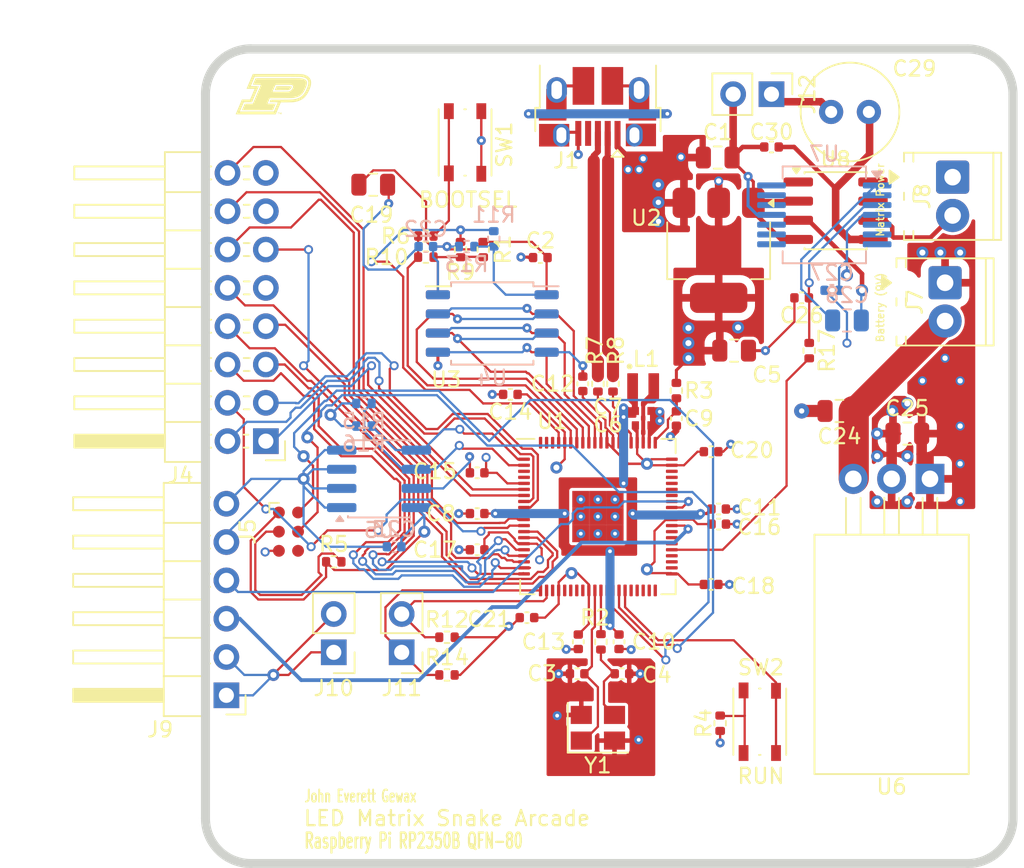
<source format=kicad_pcb>
(kicad_pcb (version 20241229) (generator "pcbnew") (generator_version "9.0")
  (title_block (title "RP2350B QFN-80 Snake Game PCB") (date "2024-07-04") (rev "REV3") (company "Raspberry Pi Ltd") (comment 1 "John Gewax"))
  (layers (0 "F.Cu" signal) (4 "In1.Cu" power) (6 "In2.Cu" power) (2 "B.Cu" signal) (13 "F.Paste" user) (15 "B.Paste" user) (5 "F.SilkS" user "F.Silkscreen") (7 "B.SilkS" user "B.Silkscreen") (1 "F.Mask" user) (3 "B.Mask" user) (25 "Edge.Cuts" user))
  (net 0 "")
  (net 1 "GND")
  (net 2 "VBUS")
  (net 3 "/XIN")
  (net 4 "/XOUT")
  (net 5 "+3V3")
  (net 6 "+1V1")
  (net 8 "/~{USB_BOOT}")
  (net 9 "/GPIO15")
  (net 10 "/GPIO14")
  (net 11 "/GPIO13")
  (net 12 "/GPIO12")
  (net 13 "/GPIO11")
  (net 14 "/GPIO10")
  (net 15 "/GPIO9")
  (net 16 "/GPIO8")
  (net 17 "/GPIO7")
  (net 18 "/GPIO6")
  (net 19 "/GPIO5")
  (net 20 "/GPIO4")
  (net 21 "/GPIO3")
  (net 22 "/GPIO2")
  (net 23 "/GPIO1")
  (net 24 "/GPIO0")
  (net 25 "/GPIO25")
  (net 26 "/GPIO24")
  (net 27 "/GPIO23")
  (net 28 "/GPIO22")
  (net 29 "/GPIO21")
  (net 30 "/GPIO20")
  (net 31 "/GPIO19")
  (net 32 "/GPIO18")
  (net 33 "/GPIO17")
  (net 34 "/GPIO16")
  (net 35 "/RUN")
  (net 36 "/SWD")
  (net 37 "/SWCLK")
  (net 38 "/QSPI_SS")
  (net 39 "/QSPI_SD3")
  (net 40 "/QSPI_SCLK")
  (net 41 "/QSPI_SD0")
  (net 42 "/QSPI_SD2")
  (net 43 "/QSPI_SD1")
  (net 44 "/USB_D+")
  (net 45 "/USB_D-")
  (net 46 "/VREG_LX")
  (net 47 "Net-(C4-Pad1)")
  (net 48 "/GPIO47_ADC7")
  (net 49 "/GPIO46_ADC6")
  (net 50 "/GPIO45_ADC5")
  (net 51 "/GPIO44_ADC4")
  (net 52 "/GPIO43_ADC3")
  (net 53 "/GPIO42_ADC2")
  (net 54 "/GPIO41_ADC1")
  (net 55 "/GPIO40_ADC0")
  (net 56 "/GPIO39")
  (net 57 "/GPIO38")
  (net 58 "/GPIO37")
  (net 59 "/GPIO36")
  (net 60 "/GPIO35")
  (net 61 "/GPIO34")
  (net 62 "/GPIO33")
  (net 63 "/GPIO32")
  (net 64 "/GPIO31")
  (net 65 "/GPIO30")
  (net 66 "Net-(R4-Pad1)")
  (net 67 "Net-(U1-USB_DP)")
  (net 68 "/GPIO29")
  (net 69 "/GPIO28")
  (net 70 "/GPIO27")
  (net 71 "/GPIO26")
  (net 72 "/FLASH_SS")
  (net 73 "/VREG_AVDD")
  (net 74 "Net-(U1-USB_DM)")
  (net 75 "/FLASH2_SS")
  (net 76 "+9V")
  (net 77 "Net-(U7A-+)")
  (net 78 "Net-(U7A--)")
  (net 79 "Net-(U8-+)")
  (net 80 "Net-(C29-Pad2)")
  (net 81 "Net-(J12-Pin_1)")
  (net 83 "Net-(J5-~{RESET})")
  (footprint "Capacitor_SMD:C_0805_2012Metric" (layer "F.Cu") (at 109.025 89)
    (property "Reference" "C5")
    (property "Value" "10u")
  )
  (footprint "Connector_USB:USB_Micro-B_Amphenol_10103594-0001LF_Horizontal" (layer "F.Cu") (at 99.975 72.835 180)
    (property "Reference" "J1")
    (property "Value" "USB_B_Micro")
  )
  (footprint "Capacitor_SMD:C_0402_1005Metric" (layer "F.Cu") (at 92 102.2 180)
    (property "Reference" "C17")
    (property "Value" "100n")
  )
  (footprint "Capacitor_SMD:C_0402_1005Metric" (layer "F.Cu") (at 96.185 82.83 180)
    (property "Reference" "C2")
    (property "Value" "100n")
  )
  (footprint "Resistor_SMD:R_0402_1005Metric" (layer "F.Cu") (at 92.4 82.3 -90)
    (property "Reference" "R1")
    (property "Value" "DNF")
  )
  (footprint "Package_TO_SOT_SMD:SOT-223-3_TabPin2" (layer "F.Cu") (at 108 82.35 -90)
    (property "Reference" "U2")
    (property "Value" "NCP1117-3.3_SOT223")
  )
  (footprint "Package_SO:SOIC-8_5.23x5.23mm_P1.27mm" (layer "F.Cu") (at 93 87.2)
    (property "Reference" "U3")
    (property "Value" "W25Q128JVS")
  )
  (footprint "Capacitor_SMD:C_0402_1005Metric" (layer "F.Cu") (at 101.595 110.42)
    (property "Reference" "C4")
    (property "Value" "15p")
  )
  (footprint "Capacitor_SMD:C_0402_1005Metric" (layer "F.Cu") (at 99 91.2 90)
    (property "Reference" "C12")
    (property "Value" "100n")
  )
  (footprint "Capacitor_SMD:C_0402_1005Metric" (layer "F.Cu") (at 108.005 100.5)
    (property "Reference" "C16")
    (property "Value" "100n")
  )
  (footprint "Capacitor_SMD:C_0402_1005Metric" (layer "F.Cu") (at 107.5 104.5)
    (property "Reference" "C18")
    (property "Value" "100n")
  )
  (footprint "Resistor_SMD:R_0402_1005Metric" (layer "F.Cu") (at 100 91.2 -90)
    (property "Reference" "R7")
    (property "Value" "27")
  )
  (footprint "Capacitor_SMD:C_0805_2012Metric" (layer "F.Cu") (at 107.9375 76.2)
    (property "Reference" "C1")
    (property "Value" "10u")
  )
  (footprint "Capacitor_SMD:C_0402_1005Metric" (layer "F.Cu") (at 92 97.1 180)
    (property "Reference" "C15")
    (property "Value" "100n")
  )
  (footprint "Capacitor_SMD:C_0402_1005Metric" (layer "F.Cu") (at 98.625 110.42 180)
    (property "Reference" "C3")
    (property "Value" "15p")
  )
  (footprint "Resistor_SMD:R_0402_1005Metric" (layer "F.Cu") (at 101 91.2 -90)
    (property "Reference" "R8")
    (property "Value" "27")
  )
  (footprint "Capacitor_SMD:C_0402_1005Metric" (layer "F.Cu") (at 107.5 95.7)
    (property "Reference" "C20")
    (property "Value" "100n")
  )
  (footprint "Resistor_SMD:R_0402_1005Metric" (layer "F.Cu") (at 100.2 108.305 -90)
    (property "Reference" "R2")
    (property "Value" "1k")
  )
  (footprint "Crystal:Crystal_SMD_3225-4Pin_3.2x2.5mm" (layer "F.Cu") (at 100 114)
    (property "Reference" "Y1")
    (property "Value" "ABM8-272-T3")
  )
  (footprint "Capacitor_SMD:C_0805_2012Metric" (layer "F.Cu") (at 85.115 78)
    (property "Reference" "C19")
    (property "Value" "10u")
  )
  (footprint "Package_TO_SOT_THT:TO-220-3_Horizontal_TabDown" (layer "F.Cu") (at 122 97.5 180)
    (property "Reference" "U6")
    (property "Value" "LM1084-5.0")
  )
  (footprint "Connector_PinHeader_2.54mm:PinHeader_1x06_P2.54mm_Horizontal" (layer "F.Cu") (at 75.385 111.85 180)
    (property "Reference" "J9")
    (property "Value" "Conn_01x06_Pin")
  )
  (footprint "Resistor_SMD:R_0402_1005Metric" (layer "F.Cu") (at 105.2 91.65 -90)
    (property "Reference" "R3")
    (property "Value" "33")
  )
  (footprint "Resistor_SMD:R_0402_1005Metric" (layer "F.Cu") (at 108.1 113.7 -90)
    (property "Reference" "R4")
    (property "Value" "1k")
  )
  (footprint "Connector_PinHeader_2.54mm:PinHeader_1x02_P2.54mm_Vertical" (layer "F.Cu") (at 111.5 72 -90)
    (property "Reference" "J12")
    (property "Value" "Conn_01x02_Pin")
  )
  (footprint "Capacitor_THT:C_Radial_D6.3mm_H5.0mm_P2.50mm" (layer "F.Cu") (at 115.4525 73.176951)
    (property "Reference" "C29")
    (property "Value" "250u")
  )
  (footprint "Capacitor_SMD:C_0402_1005Metric" (layer "F.Cu") (at 105.2 93.5 -90)
    (property "Reference" "C9")
    (property "Value" "4.7u")
  )
  (footprint "RP2350_80QFN_minimal:C_0402_1005Metric_small_pads" (layer "F.Cu") (at 103 93)
    (property "Reference" "C7")
    (property "Value" "4.7u")
  )
  (footprint "Capacitor_SMD:C_0805_2012Metric" (layer "F.Cu") (at 116 93 180)
    (property "Reference" "C24")
    (property "Value" "10u")
  )
  (footprint "Capacitor_SMD:C_0402_1005Metric" (layer "F.Cu") (at 94.2 91.9 180)
    (property "Reference" "C14")
    (property "Value" "100n")
  )
  (footprint "Capacitor_SMD:C_0805_2012Metric" (layer "F.Cu") (at 120.5 94.5)
    (property "Reference" "C25")
    (property "Value" "10u")
  )
  (footprint "Button_Switch_SMD:SW_Push_1P1T_NO_Vertical_Wuerth_434133025816" (layer "F.Cu") (at 91.2 75.2 -90)
    (property "Reference" "SW1")
    (property "Value" "SW_Push")
  )
  (footprint "TerminalBlock_Phoenix:TerminalBlock_Phoenix_MPT-0,5-2-2.54_1x02_P2.54mm_Horizontal" (layer "F.Cu") (at 123.5 77.5 -90)
    (property "Reference" "J8")
    (property "Value" "Screw_Terminal_01x02")
  )
  (footprint "Resistor_SMD:R_0402_1005Metric" (layer "F.Cu") (at 90 108)
    (property "Reference" "R12")
    (property "Value" "4.7k")
  )
  (footprint "Resistor_SMD:R_0402_1005Metric" (layer "F.Cu") (at 90.9 82.3 -90)
    (property "Reference" "R9")
    (property "Value" "DNF")
  )
  (footprint "RP2350_80QFN_minimal:C_0402_1005Metric_small_pads" (layer "F.Cu") (at 103 93.95)
    (property "Reference" "C6")
    (property "Value" "4.7u")
  )
  (footprint "Resistor_SMD:R_0402_1005Metric" (layer "F.Cu") (at 88.6 82.8)
    (property "Reference" "R10")
    (property "Value" "0")
  )
  (footprint "Capacitor_SMD:C_0402_1005Metric" (layer "F.Cu") (at 113.5 85.5 180)
    (property "Reference" "C26")
    (property "Value" "0.1u")
  )
  (footprint "Resistor_SMD:R_0402_1005Metric" (layer "F.Cu") (at 88.6 81.4)
    (property "Reference" "R6")
    (property "Value" "1k")
  )
  (footprint "Capacitor_SMD:C_0402_1005Metric" (layer "F.Cu") (at 101.4 108.3 -90)
    (property "Reference" "C10")
    (property "Value" "4.7u")
  )
  (footprint "LOGO" (layer "F.Cu") (at 78.5 72)
    (property "Reference" "G***" (hide yes))
    (property "Value" "LOGO" (hide yes))
  )
  (footprint "Capacitor_SMD:C_0402_1005Metric" (layer "F.Cu") (at 111.5 75.5 180)
    (property "Reference" "C30")
    (property "Value" "0.05u")
  )
  (footprint "Resistor_SMD:R_0402_1005Metric" (layer "F.Cu") (at 114 89 -90)
    (property "Reference" "R17")
    (property "Value" "1k")
  )
  (footprint "Package_SO:SOIC-8_3.9x4.9mm_P1.27mm" (layer "F.Cu") (at 115.75 79.724451)
    (property "Reference" "U8")
    (property "Value" "LM386")
  )
  (footprint "Connector:Tag-Connect_TC2030-IDC-NL_2x03_P1.27mm_Vertical" (layer "F.Cu") (at 79.5 101 -90)
    (property "Reference" "J5")
    (property "Value" "Conn_ARM_SWD_TagConnect_TC2030")
  )
  (footprint "Connector_PinHeader_2.54mm:PinHeader_1x02_P2.54mm_Vertical" (layer "F.Cu") (at 87 109 180)
    (property "Reference" "J11")
    (property "Value" "Conn_01x02_Pin")
  )
  (footprint "Connector_PinHeader_2.54mm:PinHeader_1x02_P2.54mm_Vertical" (layer "F.Cu") (at 82.5 109 180)
    (property "Reference" "J10")
    (property "Value" "Conn_01x02_Pin")
  )
  (footprint "RP2350_80QFN_minimal:RP2350-QFN-80-1EP_10x10_P0.4mm_EP3.4x3.4mm_ThermalVias" (layer "F.Cu") (at 100 100)
    (property "Reference" "U1")
    (property "Value" "RP2350_80QFN")
  )
  (footprint "TerminalBlock_Phoenix:TerminalBlock_Phoenix_MPT-0,5-2-2.54_1x02_P2.54mm_Horizontal" (layer "F.Cu") (at 123 84.5 -90)
    (property "Reference" "J7")
    (property "Value" "Screw_Terminal_01x02")
  )
  (footprint "RP2350_80QFN_minimal:L_pol_2016" (layer "F.Cu") (at 103 91.35)
    (property "Reference" "L1")
    (property "Value" "3.3u")
  )
  (footprint "Capacitor_SMD:C_0402_1005Metric" (layer "F.Cu") (at 92 99.8 180)
    (property "Reference" "C8")
    (property "Value" "100n")
  )
  (footprint "Capacitor_SMD:C_0402_1005Metric" (layer "F.Cu") (at 95.3 106.7 180)
    (property "Reference" "C21")
    (property "Value" "100n")
  )
  (footprint "Button_Switch_SMD:SW_Push_1P1T_NO_Vertical_Wuerth_434133025816" (layer "F.Cu") (at 110.725 113.6 90)
    (property "Reference" "SW2")
    (property "Value" "SW_Push")
  )
  (footprint "Connector_PinHeader_2.54mm:PinHeader_2x08_P2.54mm_Horizontal" (layer "F.Cu") (at 78 95 180)
    (property "Reference" "J4")
    (property "Value" "Conn_02x08_Counter_Clockwise")
  )
  (footprint "Capacitor_SMD:C_0402_1005Metric" (layer "F.Cu") (at 108 99.5)
    (property "Reference" "C11")
    (property "Value" "100n")
  )
  (footprint "Resistor_SMD:R_0402_1005Metric" (layer "F.Cu") (at 90 110.5)
    (property "Reference" "R14")
    (property "Value" "4.7k")
  )
  (footprint "Resistor_SMD:R_0402_1005Metric" (layer "F.Cu") (at 82.5 103)
    (property "Reference" "R5")
    (property "Value" "10k")
  )
  (footprint "Capacitor_SMD:C_0402_1005Metric" (layer "F.Cu") (at 98.7 108.3 -90)
    (property "Reference" "C13")
    (property "Value" "100n")
  )
  (footprint "Package_SO:SOIC-8_3.9x4.9mm_P1.27mm" (layer "B.Cu") (at 85.5 97.5)
    (property "Reference" "U5")
    (property "Value" "24AA025E-SN")
  )
  (footprint "Resistor_SMD:R_0402_1005Metric" (layer "B.Cu") (at 84.5 94)
    (property "Reference" "R16")
    (property "Value" "4.7k")
  )
  (footprint "Package_SO:SOIC-8_5.23x5.23mm_P1.27mm" (layer "B.Cu") (at 93 87.2 180)
    (property "Reference" "U4")
    (property "Value" "DNF")
  )
  (footprint "Resistor_SMD:R_0402_1005Metric" (layer "B.Cu") (at 84.5 92.5)
    (property "Reference" "R15")
    (property "Value" "4.7k")
  )
  (footprint "Capacitor_SMD:C_0402_1005Metric" (layer "B.Cu") (at 115.5 85 180)
    (property "Reference" "C27")
    (property "Value" "100n")
  )
  (footprint "Resistor_SMD:R_0402_1005Metric" (layer "B.Cu") (at 93.1 81.59 -90)
    (property "Reference" "R11")
    (property "Value" "DNF")
  )
  (footprint "Resistor_SMD:R_0402_1005Metric" (layer "B.Cu") (at 91.3 82.1)
    (property "Reference" "R13")
    (property "Value" "DNF")
  )
  (footprint "Capacitor_SMD:C_0402_1005Metric" (layer "B.Cu") (at 88.6 82.1 180)
    (property "Reference" "C22")
    (property "Value" "DNF")
  )
  (footprint "Package_SO:SSOP-14_5.3x6.2mm_P0.65mm" (layer "B.Cu") (at 115 80 180)
    (property "Reference" "U7")
    (property "Value" "LM324")
  )
  (footprint "Capacitor_SMD:C_0805_2012Metric" (layer "B.Cu") (at 116.5 87 180)
    (property "Reference" "C28")
    (property "Value" "10u")
  )
  (footprint "Capacitor_SMD:C_0402_1005Metric" (layer "B.Cu") (at 86.5 102 180)
    (property "Reference" "C23")
    (property "Value" "100n")
  )
  (gr_line (start 124.5 123) (end 77 123) (stroke (width 0.6)) (layer "Edge.Cuts"))
  (gr_line (start 127.5 72) (end 127.5 120) (stroke (width 0.6)) (layer "Edge.Cuts"))
  (gr_line (start 77 69) (end 124.5 69) (stroke (width 0.6)) (layer "Edge.Cuts"))
  (gr_line (start 74 120) (end 74 72) (stroke (width 0.6)) (layer "Edge.Cuts"))
  (gr_arc (start 124.5 69) (mid 126.62132 69.87868) (end 127.5 72) (stroke (width 0.6)) (layer "Edge.Cuts"))
  (gr_arc (start 74 72) (mid 74.880475 69.874345) (end 77.00613 68.99387) (stroke (width 0.6)) (layer "Edge.Cuts"))
  (gr_arc (start 77 123) (mid 74.878679 122.121321) (end 74 120) (stroke (width 0.6)) (layer "Edge.Cuts"))
  (gr_arc (start 127.5 120) (mid 126.621321 122.121321) (end 124.5 123) (stroke (width 0.6)) (layer "Edge.Cuts"))
  (gr_text "Raspberry Pi RP2350B QFN-80" (at 87.789116 121.492451 0) (layer "F.SilkS") (effects (font (size 1 0.6))))
  (gr_text "BOOTSEL" (at 91.4 79 0) (layer "F.SilkS") (effects (font (size 1 1))))
  (gr_text "LED Matrix Snake Arcade\n" (at 90 120 0) (layer "F.SilkS") (effects (font (size 1 1))))
  (gr_text "Matrix Power" (at 119 81.5 90) (layer "F.SilkS") (effects (font (size 0.5 0.5) (thickness 0.09) (bold yes)) (justify left bottom)))
  (gr_text "John Everett Gewax\n" (at 80.5 119 0) (layer "F.SilkS") (effects (font (size 0.8 0.5) (thickness 0.125) (bold yes)) (justify left bottom)))
  (gr_text "Battery (9V)" (at 119 88.5 90) (layer "F.SilkS") (effects (font (size 0.5 0.5) (thickness 0.09) (bold yes)) (justify left bottom)))
  (gr_text "RUN" (at 110.8 117.2 0) (layer "F.SilkS") (effects (font (size 1 1))))
  (segment (start 94.2445 107.2755) (end 94.82 106.7) (width 0.15) (layer "F.Cu") (net 1))
  (segment (start 91.5 96.025) (end 91.52 96.045) (width 0.15) (layer "F.Cu") (net 1))
  (segment (start 107.98 104.5) (end 108.715 104.5) (width 0.15) (layer "F.Cu") (net 1))
  (segment (start 113.02 85.5) (end 113.02 87.08) (width 0.15) (layer "F.Cu") (net 1))
  (segment (start 109.95 77.45) (end 110.3 77.8) (width 0.2) (layer "F.Cu") (net 1))
  (segment (start 102.8 110.42) (end 102.08 110.42) (width 0.15) (layer "F.Cu") (net 1))
  (segment (start 78.029307 102.27) (end 77.953156 102.346151) (width 0.15) (layer "F.Cu") (net 1))
  (segment (start 112.129451 81.629451) (end 110.55 80.05) (width 0.3) (layer "F.Cu") (net 1))
  (segment (start 91.52 96.045) (end 91.52 97.1) (width 0.15) (layer "F.Cu") (net 1))
  (segment (start 110.55 80.05) (end 110.55 79.924451) (width 0.3) (layer "F.Cu") (net 1))
  (segment (start 90.51 110.5) (end 90.8755 110.5) (width 0.15) (layer "F.Cu") (net 1))
  (segment (start 94.9 82.8) (end 95.375 82.8) (width 0.2) (layer "F.Cu") (net 1))
  (segment (start 121.45 96.45) (end 121.45 94.5) (width 0.7) (layer "F.Cu") (net 1))
  (segment (start 90.78 99.8) (end 91.52 99.8) (width 0.15) (layer "F.Cu") (net 1))
  (segment (start 113.5 93) (end 115.05 93) (width 0.8) (layer "F.Cu") (net 1))
  (segment (start 108.48 99.5) (end 109.22 99.5) (width 0.15) (layer "F.Cu") (net 1))
  (segment (start 108.8875 76.3875) (end 109.95 77.45) (width 0.2) (layer "F.Cu") (net 1))
  (segment (start 113.275 79.089451) (end 110.410549 79.089451) (width 0.3) (layer "F.Cu") (net 1))
  (segment (start 97.78 74.525) (end 97.575 74.73) (width 0.2) (layer "F.Cu") (net 1))
  (segment (start 110.05 89) (end 111.1 89) (width 0.2) (layer "F.Cu") (net 1))
  (segment (start 98.14 110.42) (end 97.4 110.42) (width 0.2) (layer "F.Cu") (net 1))
  (segment (start 108.8875 76.2) (end 108.8875 76.3875) (width 0.2) (layer "F.Cu") (net 1))
  (segment (start 100.96 71.45) (end 102.46 71.45) (width 0.2) (layer "F.Cu") (net 1))
  (segment (start 78.865 102.27) (end 78.029307 102.27) (width 0.15) (layer "F.Cu") (net 1))
  (segment (start 108.1 114.18) (end 108.1 115) (width 0.15) (layer "F.Cu") (net 1))
  (segment (start 122 97.5) (end 122 96.5) (width 0.15) (layer "F.Cu") (net 1))
  (segment (start 90.8 102.2) (end 91.52 102.2) (width 0.15) (layer "F.Cu") (net 1))
  (segment (start 122 96.5) (end 121.95 96.45) (width 0.15) (layer "F.Cu") (net 1))
  (segment (start 108.96 72) (end 108.96 76.1275) (width 0.5) (layer "F.Cu") (net 1))
  (segment (start 109.5875 75.5) (end 108.8875 76.2) (width 0.3) (layer "F.Cu") (net 1))
  (segment (start 108.485 100.5) (end 109.22 100.5) (width 0.15) (layer "F.Cu") (net 1))
  (segment (start 95.375 82.8) (end 95.405 82.83) (width 0.2) (layer "F.Cu") (net 1))
  (segment (start 111.02 75.5) (end 109.5875 75.5) (width 0.3) (layer "F.Cu") (net 1))
  (segment (start 102.16 108.78) (end 102.2 108.82) (width 0.15) (layer "F.Cu") (net 1))
  (segment (start 92.275 75.075) (end 92.275 73.125) (width 0.15) (layer "F.Cu") (net 1))
  (segment (start 122 97.5) (end 122 97) (width 0.15) (layer "F.Cu") (net 1))
  (segment (start 99 90.72) (end 99 90) (width 0.2) (layer "F.Cu") (net 1))
  (segment (start 90.8755 110.5) (end 94.1 107.2755) (width 0.15) (layer "F.Cu") (net 1))
  (segment (start 98.7 74.6) (end 98.7 76) (width 0.2) (layer "F.Cu") (net 1))
  (segment (start 105.2 93.98) (end 105.2 94.3) (width 0.4) (layer "F.Cu") (net 1))
  (segment (start 110.3 77.8) (end 110.3 79.3) (width 0.2) (layer "F.Cu") (net 1))
  (segment (start 92.275 77.275) (end 92.275 73.125) (width 0.15) (layer "F.Cu") (net 1))
  (segment (start 108.3 95.7) (end 108.8 95.2) (width 0.15) (layer "F.Cu") (net 1))
  (segment (start 112.255 81.629451) (end 112.129451 81.629451) (width 0.3) (layer "F.Cu") (net 1))
  (segment (start 97.54 71.45) (end 97.27 71.72) (width 0.2) (layer "F.Cu") (net 1))
  (segment (start 97.9 108.8) (end 98.68 108.8) (width 0.15) (layer "F.Cu") (net 1))
  (segment (start 94.1 107.2755) (end 94.2445 107.2755) (width 0.15) (layer "F.Cu") (net 1))
  (segment (start 102.46 71.45) (end 102.73 71.72) (width 0.2) (layer "F.Cu") (net 1))
  (segment (start 98.68 108.8) (end 98.7 108.78) (width 0.15) (layer "F.Cu") (net 1))
  (segment (start 101.4 108.78) (end 102.16 108.78) (width 0.15) (layer "F.Cu") (net 1))
  (segment (start 113.02 87.08) (end 111.1 89) (width 0.15) (layer "F.Cu") (net 1))
  (segment (start 122 97) (end 121.45 96.45) (width 0.15) (layer "F.Cu") (net 1))
  (segment (start 90.51 108) (end 93.3755 108) (width 0.15) (layer "F.Cu") (net 1))
  (segment (start 89.4 90) (end 89.4 89.105) (width 0.2) (layer "F.Cu") (net 1))
  (segment (start 107.975 95.7) (end 108.3 95.7) (width 0.15) (layer "F.Cu") (net 1))
  (segment (start 93.72 91.9) (end 93 91.9) (width 0.15) (layer "F.Cu") (net 1))
  (segment (start 98.7 74.525) (end 97.78 74.525) (width 0.2) (layer "F.Cu") (net 1))
  (segment (start 93.3755 108) (end 94.1 107.2755) (width 0.15) (layer "F.Cu") (net 1))
  (segment (start 108.96 76.1275) (end 108.8875 76.2) (width 0.5) (layer "F.Cu") (net 1))
  (segment (start 95.405 82.83) (end 95.7 82.83) (width 0.2) (layer "F.Cu") (net 1))
  (segment (start 105.2 94.3) (end 104.8 94.7) (width 0.4) (layer "F.Cu") (net 1))
  (segment (start 110.410549 79.089451) (end 110.3 79.2) (width 0.3) (layer "F.Cu") (net 1))
  (segment (start 99.04 71.45) (end 97.54 71.45) (width 0.2) (layer "F.Cu") (net 1))
  (segment (start 86.14 78) (end 86.14 79.25) (width 0.15) (layer "F.Cu") (net 1))
  (via (at 102.7 114.8) (size 0.6) (drill 0.25) (layers "F.Cu" "B.Cu") (net 1))
  (via (at 97.3 113.2) (size 0.6) (drill 0.25) (layers "F.Cu" "B.Cu") (net 1))
  (via (at 97.9 108.8) (size 0.6) (drill 0.25) (layers "F.Cu" "B.Cu") (net 1))
  (via (at 124 99) (size 0.6) (drill 0.35) (layers "F.Cu" "B.Cu") (net 1))
  (via (at 124 91) (size 0.6) (drill 0.35) (layers "F.Cu" "B.Cu") (net 1))
  (via (at 124 82.5) (size 0.8) (drill 0.4) (layers "F.Cu" "B.Cu") (net 1))
  (via (at 121.5 82.5) (size 0.8) (drill 0.4) (layers "F.Cu" "B.Cu") (net 1))
  (via (at 122.688628 82.5) (size 0.8) (drill 0.4) (layers "F.Cu" "B.Cu") (net 1))
  (via (at 77.953156 102.346151) (size 0.6) (drill 0.35) (layers "F.Cu" "B.Cu") (net 1))
  (via (at 123 89.5) (size 0.6) (drill 0.35) (layers "F.Cu" "B.Cu") (net 1))
  (via (at 113.5 93) (size 1) (drill 0.35) (layers "F.Cu" "B.Cu") (net 1))
  (via (at 108.1 115) (size 0.6) (drill 0.25) (layers "F.Cu" "B.Cu") (net 1))
  (via (at 80.5 97.5) (size 0.8) (drill 0.4) (layers "F.Cu" "B.Cu") (net 1))
  (via (at 94.9 82.8) (size 0.6) (drill 0.25) (layers "F.Cu" "B.Cu") (net 1))
  (via (at 94.1 107.2755) (size 0.6) (drill 0.25) (layers "F.Cu" "B.Cu") (net 1))
  (via (at 109.95 77.45) (size 0.6) (drill 0.25) (layers "F.Cu" "B.Cu") (net 1))
  (via (at 99 90) (size 0.6) (drill 0.25) (layers "F.Cu" "B.Cu") (net 1))
  (via (at 121.5 91) (size 0.6) (drill 0.35) (layers "F.Cu" "B.Cu") (net 1))
  (via (at 102.2 108.82) (size 0.6) (drill 0.25) (layers "F.Cu" "B.Cu") (net 1))
  (via (at 104.1 93.65) (size 0.6) (drill 0.25) (layers "F.Cu" "B.Cu") (net 1))
  (via (at 86.14 79.25) (size 0.6) (drill 0.25) (layers "F.Cu" "B.Cu") (net 1))
  (via (at 124 96.5) (size 0.6) (drill 0.35) (layers "F.Cu" "B.Cu") (net 1))
  (via (at 89.4 90) (size 0.6) (drill 0.25) (layers "F.Cu" "B.Cu") (net 1))
  (via (at 124 94) (size 0.6) (drill 0.35) (layers "F.Cu" "B.Cu") (net 1))
  (via (at 90.78 99.8) (size 0.6) (drill 0.25) (layers "F.Cu" "B.Cu") (net 1))
  (via (at 111.1 89) (size 0.6) (drill 0.25) (layers "F.Cu" "B.Cu") (net 1))
  (via (at 102.8 110.42) (size 0.6) (drill 0.25) (layers "F.Cu" "B.Cu") (net 1))
  (via (at 108.715 104.5) (size 0.6) (drill 0.25) (layers "F.Cu" "B.Cu") (net 1))
  (via (at 109.22 100.5) (size 0.6) (drill 0.25) (layers "F.Cu" "B.Cu") (net 1))
  (via (at 104.1 93.05) (size 0.6) (drill 0.25) (layers "F.Cu" "B.Cu") (net 1))
  (via (at 98.7 76) (size 0.6) (drill 0.25) (layers "F.Cu" "B.Cu") (net 1))
  (via (at 108.8 95.2) (size 0.6) (drill 0.25) (layers "F.Cu" "B.Cu") (net 1))
  (via (at 109.22 99.5) (size 0.6) (drill 0.25) (layers "F.Cu" "B.Cu") (net 1))
  (via (at 91.5 96.025) (size 0.6) (drill 0.25) (layers "F.Cu" "B.Cu") (net 1))
  (via (at 97.4 110.42) (size 0.6) (drill 0.25) (layers "F.Cu" "B.Cu") (net 1))
  (via (at 116.5 88.5) (size 0.6) (drill 0.35) (layers "F.Cu" "B.Cu") (net 1))
  (via (at 90.8 102.2) (size 0.6) (drill 0.25) (layers "F.Cu" "B.Cu") (net 1))
  (via (at 93 91.9) (size 0.6) (drill 0.25) (layers "F.Cu" "B.Cu") (net 1))
  (via (at 104.8 94.7) (size 0.6) (drill 0.25) (layers "F.Cu" "B.Cu") (net 1))
  (via (at 92.275 75.075) (size 0.6) (drill 0.25) (layers "F.Cu" "B.Cu") (net 1))
  (segment (start 110.550001 80) (end 111.5 80) (width 0.2) (layer "B.Cu") (net 1))
  (segment (start 116.5 86.48) (end 116.5 88.5) (width 0.15) (layer "B.Cu") (net 1))
  (segment (start 81.905 95.595) (end 80.5 97) (width 0.15) (layer "B.Cu") (net 1))
  (segment (start 75.385 101.69) (end 75.385 101.1525) (width 0.15) (layer "B.Cu") (net 1))
  (segment (start 79.0375 97.5) (end 80.5 97.5) (width 0.15) (layer "B.Cu") (net 1))
  (segment (start 89.75 98.135) (end 87.975 98.135) (width 0.15) (layer "B.Cu") (net 1))
  (segment (start 81.905 99.405) (end 80.5 98) (width 0.15) (layer "B.Cu") (net 1))
  (segment (start 96.6 89.105) (end 98.105 89.105) (width 0.15) (layer "B.Cu") (net 1))
  (segment (start 91.5 96.385) (end 89.75 98.135) (width 0.15) (layer "B.Cu") (net 1))
  (segment (start 75.385 99.15) (end 77.035 97.5) (width 0.15) (layer "B.Cu") (net 1))
  (segment (start 83.025 99.405) (end 81.905 99.405) (width 0.15) (layer "B.Cu") (net 1))
  (segment (start 109.95 79.399999) (end 110.550001 80) (width 0.2) (layer "B.Cu") (net 1))
  (segment (start 81.135 96.865) (end 80.5 97.5) (width 0.15) (layer "B.Cu") (net 1))
  (segment (start 77.035 97.5) (end 80.5 97.5) (width 0.15) (layer "B.Cu") (net 1))
  (segment (start 84.474 83.317877) (end 84.474 80.916) (width 0.15) (layer "B.Cu") (net 1))
  (segment (start 84.782123 83.626) (end 84.474 83.317877) (width 0.15) (layer "B.Cu") (net 1))
  (segment (start 115.02 85) (end 116.5 86.48) (width 0.15) (layer "B.Cu") (net 1))
  (segment (start 88.12 82.1) (end 86.594 83.626) (width 0.15) (layer "B.Cu") (net 1))
  (segment (start 109.95 77.45) (end 109.95 79.399999) (width 0.2) (layer "B.Cu") (net 1))
  (segment (start 80.5 98) (end 80.5 97.5) (width 0.15) (layer "B.Cu") (net 1))
  (segment (start 83.025 98.135) (end 81.135 98.135) (width 0.15) (layer "B.Cu") (net 1))
  (segment (start 80.5 97) (end 80.5 97.5) (width 0.15) (layer "B.Cu") (net 1))
  (segment (start 83.025 95.595) (end 81.905 95.595) (width 0.15) (layer "B.Cu") (net 1))
  (segment (start 86.594 83.626) (end 84.782123 83.626) (width 0.15) (layer "B.Cu") (net 1))
  (segment (start 83.025 96.865) (end 81.135 96.865) (width 0.15) (layer "B.Cu") (net 1))
  (segment (start 91.5 96.025) (end 91.5 96.385) (width 0.15) (layer "B.Cu") (net 1))
  (segment (start 86.02 102) (end 82 102) (width 0.15) (layer "B.Cu") (net 1))
  (segment (start 81.135 98.135) (end 80.5 97.5) (width 0.15) (layer "B.Cu") (net 1))
  (segment (start 98.105 89.105) (end 99 90) (width 0.15) (layer "B.Cu") (net 1))
  (segment (start 75.385 101.1525) (end 79.0375 97.5) (width 0.15) (layer "B.Cu") (net 1))
  (segment (start 84.474 80.916) (end 86.14 79.25) (width 0.15) (layer "B.Cu") (net 1))
  (segment (start 80.5 100.5) (end 80.5 97.5) (width 0.15) (layer "B.Cu") (net 1))
  (segment (start 82 102) (end 80.5 100.5) (width 0.15) (layer "B.Cu") (net 1))
  (segment (start 101.3 75.5) (end 102.1 76.3) (width 0.4) (layer "F.Cu") (net 2))
  (segment (start 122.04 81.5) (end 123 80.54) (width 0.3) (layer "F.Cu") (net 2))
  (segment (start 119.5 80.818851) (end 119.5 81.409425) (width 0.3) (layer "F.Cu") (net 2))
  (segment (start 119.46 97.5) (end 119.46 95.09) (width 0.7) (layer "F.Cu") (net 2))
  (segment (start 118.225 80.359451) (end 119.0406 80.359451) (width 0.15) (layer "F.Cu") (net 2))
  (segment (start 101.3 74.525) (end 101.3 75.5) (width 0.4) (layer "F.Cu") (net 2))
  (segment (start 119.590575 81.5) (end 122.04 81.5) (width 0.3) (layer "F.Cu") (net 2))
  (segment (start 119.5 81.409425) (end 119.590575 81.5) (width 0.3) (layer "F.Cu") (net 2))
  (segment (start 119.0406 80.359451) (end 119.5 80.818851) (width 0.3) (layer "F.Cu") (net 2))
  (segment (start 119.46 95.09) (end 120.05 94.5) (width 0.15) (layer "F.Cu") (net 2))
  (via (at 119.5 93) (size 0.8) (drill 0.4) (layers "F.Cu" "B.Cu") (net 2))
  (via (at 118.5 99) (size 0.8) (drill 0.4) (layers "F.Cu" "B.Cu") (net 2))
  (via (at 120.5 99) (size 0.8) (drill 0.4) (layers "F.Cu" "B.Cu") (net 2))
  (via (at 120.5 92.5) (size 0.8) (drill 0.4) (layers "F.Cu" "B.Cu") (net 2))
  (via (at 104 78) (size 0.8) (drill 0.35) (layers "F.Cu" "B.Cu") (net 2))
  (via (at 104.016196 80.432998) (size 0.8) (drill 0.35) (layers "F.Cu" "B.Cu") (net 2))
  (via (at 118.5 94.5) (size 0.8) (drill 0.4) (layers "F.Cu" "B.Cu") (net 2))
  (via (at 103 76.274997) (size 0.6) (drill 0.35) (layers "F.Cu" "B.Cu") (net 2))
  (via (at 102 77) (size 0.6) (drill 0.35) (layers "F.Cu" "B.Cu") (net 2))
  (via (at 104.005029 79.171127) (size 0.8) (drill 0.35) (layers "F.Cu" "B.Cu") (net 2))
  (via (at 118.5 96) (size 0.8) (drill 0.4) (layers "F.Cu" "B.Cu") (net 2))
  (via (at 120.5 96) (size 0.8) (drill 0.4) (layers "F.Cu" "B.Cu") (net 2))
  (via (at 102.725003 77) (size 0.6) (drill 0.35) (layers "F.Cu" "B.Cu") (net 2))
  (via (at 116.5 84) (size 0.8) (drill 0.4) (layers "F.Cu" "B.Cu") (net 2))
  (via (at 105.501407 76.167205) (size 0.6) (drill 0.35) (layers "F.Cu" "B.Cu") (net 2))
  (segment (start 117.550001 80) (end 118.5 80) (width 0.15) (layer "B.Cu") (net 2))
  (segment (start 116.5 81.050001) (end 117.550001 80) (width 0.15) (layer "B.Cu") (net 2))
  (segment (start 115.98 83.52) (end 115.98 85) (width 0.15) (layer "B.Cu") (net 2))
  (segment (start 116.5 84) (end 116.5 83) (width 0.15) (layer "B.Cu") (net 2))
  (segment (start 116.5 83) (end 115.98 83.52) (width 0.15) (layer "B.Cu") (net 2))
  (segment (start 116.5 83) (end 116.5 81.050001) (width 0.15) (layer "B.Cu") (net 2))
  (segment (start 99 110.31) (end 100 111.31) (width 0.15) (layer "F.Cu") (net 3))
  (segment (start 100 113.925) (end 99.075 114.85) (width 0.15) (layer "F.Cu") (net 3))
  (segment (start 99.8 107.3) (end 99.6 107.5) (width 0.15) (layer "F.Cu") (net 3))
  (segment (start 99.6 107.5) (end 99.6 109.925) (width 0.15) (layer "F.Cu") (net 3))
  (segment (start 99.8 104.8965) (end 99.8 107.3) (width 0.15) (layer "F.Cu") (net 3))
  (segment (start 99.6 109.925) (end 99.105 110.42) (width 0.15) (layer "F.Cu") (net 3))
  (segment (start 100 111.31) (end 100 113.925) (width 0.15) (layer "F.Cu") (net 3))
  (segment (start 99.075 114.85) (end 98.9 114.85) (width 0.15) (layer "F.Cu") (net 3))
  (segment (start 100.2 104.8965) (end 100.2 107.825) (width 0.15) (layer "F.Cu") (net 4))
  (segment (start 77 101.595) (end 77 105) (width 0.15) (layer "F.Cu") (net 5))
  (segment (start 85.954 103.546) (end 88.5 101) (width 0.15) (layer "F.Cu") (net 5))
  (segment (start 97.4 104.8965) (end 97.4 105.8) (width 0.15) (layer "F.Cu") (net 5))
  (segment (start 92.48 101.488568) (end 92.776 101.192568) (width 0.15) (layer "F.Cu") (net 5))
  (segment (start 96.273948 102.125304) (end 95.948644 101.8) (width 0.15) (layer "F.Cu") (net 5))
  (segment (start 79.5 110.5) (end 81 109) (width 0.15) (layer "F.Cu") (net 5))
  (segment (start 95.3 91.9) (end 94.68 91.9) (width 0.15) (layer "F.Cu") (net 5))
  (segment (start 99 91.68) (end 99 92.1) (width 0.15) (layer "F.Cu") (net 5))
  (segment (start 104.61 100.2) (end 106.3 100.2) (width 0.15) (layer "F.Cu") (net 5))
  (segment (start 106 104.5) (end 107.02 104.5) (width 0.15) (layer "F.Cu") (net 5))
  (segment (start 106.3 100.2) (end 106.6 100.5) (width 0.15) (layer "F.Cu") (net 5))
  (segment (start 105.2 91.14) (end 105.2 90.3) (width 0.2) (layer "F.Cu") (net 5))
  (segment (start 98.25 103.75) (end 98 103.75) (width 0.15) (layer "F.Cu") (net 5))
  (segment (start 95.625 81.79) (end 96.665 82.83) (width 0.15) (layer "F.Cu") (net 5))
  (segment (start 81.99 104.01) (end 81.99 103) (width 0.15) (layer "F.Cu") (net 5))
  (segment (start 78.865 99.73) (end 77 101.595) (width 0.15) (layer "F.Cu") (net 5))
  (segment (start 103.6 96.6) (end 104.8965 96.6) (width 0.15) (layer "F.Cu") (net 5))
  (segment (start 92.776 101.051) (end 94.051 101.051) (width 0.15) (layer "F.Cu") (net 5))
  (segment (start 78.5 110.5) (end 79.5 110.5) (width 0.15) (layer "F.Cu") (net 5))
  (segment (start 95.948644 101.8) (end 95.1035 101.8) (width 0.15) (layer "F.Cu") (net 5))
  (segment (start 99 92.1) (end 100.5 93.6) (width 0.15) (layer "F.Cu") (net 5))
  (segment (start 92.59213 96.077754) (end 92.59213 96.98787) (width 0.15) (layer "F.Cu") (net 5))
  (segment (start 93.3 97.1) (end 92.48 97.1) (width 0.15) (layer "F.Cu") (net 5))
  (segment (start 92.59213 96.98787) (end 92.48 97.1) (width 0.15) (layer "F.Cu") (net 5))
  (segment (start 84.165 78) (end 85.116 77.049) (width 0.15) (layer "F.Cu") (net 5))
  (segment (start 77.5 105.5) (end 80.5 105.5) (width 0.15) (layer "F.Cu") (net 5))
  (segment (start 92.4 81.79) (end 91.904 82.286) (width 0.15) (layer "F.Cu") (net 5))
  (segment (start 94.4875 101.4875) (end 94.4875 101.573999) (width 0.15) (layer "F.Cu") (net 5))
  (segment (start 98.643499 103.75) (end 99.4 104.506501) (width 0.15) (layer "F.Cu") (net 5))
  (segment (start 94 97.8) (end 93.3 97.1) (width 0.15) (layer "F.Cu") (net 5))
  (segment (start 81 109) (end 82.5 109) (width 0.15) (layer "F.Cu") (net 5))
  (segment (start 103.75 103) (end 103.75 100.956501) (width 0.15) (layer "F.Cu") (net 5))
  (segment (start 98.25 103.75) (end 98.643499 103.75) (width 0.15) (layer "F.Cu") (net 5))
  (segment (start 100.5 93.6) (end 100.5 94.1) (width 0.15) (layer "F.Cu") (net 5))
  (segment (start 100.5 94.1) (end 100.6 94.2) (width 0.15) (layer "F.Cu") (net 5))
  (segment (start 97.4 105.8) (end 96.5 106.7) (width 0.15) (layer "F.Cu") (net 5))
  (segment (start 94.713501 101.8) (end 95.1035 101.8) (width 0.15) (layer "F.Cu") (net 5))
  (segment (start 101 95.1035) (end 101 94.6) (width 0.15) (layer "F.Cu") (net 5))
  (segment (start 78.5 110.46) (end 82.5 106.46) (width 0.15) (layer "F.Cu") (net 5))
  (segment (start 103.25 96.5) (end 103.55 96.2) (width 0.15) (layer "F.Cu") (net 5))
  (segment (start 90.186 82.286) (end 90 82.1) (width 0.15) (layer "F.Cu") (net 5))
  (segment (start 95.1035 97.8) (end 94 97.8) (width 0.15) (layer "F.Cu") (net 5))
  (segment (start 81.99 103) (end 82.536 103.546) (width 0.15) (layer "F.Cu") (net 5))
  (segment (start 104.506501 100.2) (end 104.8965 100.2) (width 0.15) (layer "F.Cu") (net 5))
  (segment (start 97.8 96.2) (end 97.8 95.1035) (width 0.15) (layer "F.Cu") (net 5))
  (segment (start 91.904 82.286) (end 90.186 82.286) (width 0.15) (layer "F.Cu") (net 5))
  (segment (start 103.55 96.2) (end 104.8965 96.2) (width 0.15) (layer "F.Cu") (net 5))
  (segment (start 101 94.6) (end 100.5 94.1) (width 0.15) (layer "F.Cu") (net 5))
  (segment (start 106.6 100.5) (end 107.525 100.5) (width 0.15) (layer "F.Cu") (net 5))
  (segment (start 104.8965 103.8) (end 105.3 103.8) (width 0.15) (layer "F.Cu") (net 5))
  (segment (start 94.4875 101.573999) (end 94.713501 101.8) (width 0.15) (layer "F.Cu") (net 5))
  (segment (start 96.6 85.295) (end 96.6 82.895) (width 0.15) (layer "F.Cu") (net 5))
  (segment (start 85.116 77.049) (end 86.519094 77.049) (width 0.15) (layer "F.Cu") (net 5))
  (segment (start 99.4 107.12) (end 98.7 107.82) (width 0.15) (layer "F.Cu") (net 5))
  (segment (start 102.6 95.85) (end 102.6 95.1035) (width 0.15) (layer "F.Cu") (net 5))
  (segment (start 97.8 94.4) (end 95.3 91.9) (width 0.15) (layer "F.Cu") (net 5))
  (segment (start 78.5 110.5) (end 78.5 110.46) (width 0.15) (layer "F.Cu") (net 5))
  (segment (start 94.051 101.051) (end 94.4875 101.4875) (width 0.15) (layer "F.Cu") (net 5))
  (segment (start 105.7 96.6) (end 104.8965 96.6) (width 0.15) (layer "F.Cu") (net 5))
  (segment (start 100.6 94.2) (end 100.6 95.1035) (width 0.15) (layer "F.Cu") (net 5))
  (segment (start 88.614 81.738274) (end 88.975726 82.1) (width 0.15) (layer "F.Cu") (net 5))
  (segment (start 97.4 104.35) (end 97.4 104.8965) (width 0.15) (layer "F.Cu") (net 5))
  (segment (start 103.75 100.956501) (end 104.506501 100.2) (width 0.15) (layer "F.Cu") (net 5))
  (segment (start 92.48 102.2) (end 92.48 101.488568) (width 0.15) (layer "F.Cu") (net 5))
  (segment (start 107.015 95.7) (end 106.6 95.7) (width 0.15) (layer "F.Cu") (net 5))
  (segment (start 96.136125 102.866714) (end 96.273948 102.728891) (width 0.15) (layer "F.Cu") (net 5))
  (segment (start 105.2 90.3) (end 106 89.5) (width 0.2) (layer "F.Cu") (net 5))
  (segment (start 99.4 104.61) (end 99.4 107.12) (width 0.15) (layer "F.Cu") (net 5))
  (segment (start 101.9965 96.5) (end 100.6 95.1035) (width 0.15) (layer "F.Cu") (net 5))
  (segment (start 103.25 96.5) (end 103.5 96.5) (width 0.15) (layer "F.Cu") (net 5))
  (segment (start 97.25 96.75) (end 97.8 96.2) (width 0.15) (layer "F.Cu") (net 5))
  (segment (start 103.25 96.5) (end 102.006501 96.5) (width 0.15) (layer "F.Cu") (net 5))
  (segment (start 80.5 105.5) (end 81.99 104.01) (width 0.15) (layer "F.Cu") (net 5))
  (segment (start 102.006501 96.5) (end 101 95.493499) (width 0.15) (layer "F.Cu") (net 5))
  (segment (start 103.25 103.5) (end 103.75 103) (width 0.15) (layer "F.Cu") (net 5))
  (segment (start 105.3 103.8) (end 106 104.5) (width 0.15) (layer "F.Cu") (net 5))
  (segment (start 96.5 106.7) (end 95.98 106.7) (width 0.15) (layer "F.Cu") (net 5))
  (segment (start 96.6 82.895) (end 96.665 82.83) (width 0.15) (layer "F.Cu") (net 5))
  (segment (start 97.8 95.1035) (end 97.8 94.4) (width 0.15) (layer "F.Cu") (net 5))
  (segment (start 103.25 96.5) (end 102.6 95.85) (width 0.15) (layer "F.Cu") (net 5))
  (segment (start 98 103.75) (end 97.4 104.35) (width 0.15) (layer "F.Cu") (net 5))
  (segment (start 86.519094 77.049) (end 88.614 79.143906) (width 0.15) (layer "F.Cu") (net 5))
  (segment (start 103.25 96.5) (end 101.9965 96.5) (width 0.15) (layer "F.Cu") (net 5))
  (segment (start 88.614 79.143906) (end 88.614 81.738274) (width 0.15) (layer "F.Cu") (net 5))
  (segment (start 99.4 104.506501) (end 99.4 104.8965) (width 0.15) (layer "F.Cu") (net 5))
  (segment (start 82.536 103.546) (end 85.954 103.546) (width 0.15) (layer "F.Cu") (net 5))
  (segment (start 101 95.493499) (end 101 95.1035) (width 0.15) (layer "F.Cu") (net 5))
  (segment (start 103.5 103.75) (end 104.8465 103.75) (width 0.15) (layer "F.Cu") (net 5))
  (segment (start 92.4 81.79) (end 95.625 81.79) (width 0.15) (layer "F.Cu") (net 5))
  (segment (start 96.273948 102.728891) (end 96.273948 102.125304) (width 0.15) (layer "F.Cu") (net 5))
  (segment (start 88.975726 82.1) (end 90 82.1) (width 0.15) (layer "F.Cu") (net 5))
  (segment (start 106.6 95.7) (end 105.7 96.6) (width 0.15) (layer "F.Cu") (net 5))
  (segment (start 92.776 101.192568) (end 92.776 101.051) (width 0.15) (layer "F.Cu") (net 5))
  (segment (start 77 105) (end 77.5 105.5) (width 0.15) (layer "F.Cu") (net 5))
  (segment (start 104.8465 103.75) (end 104.8965 103.8) (width 0.15) (layer "F.Cu") (net 5))
  (segment (start 103.5 96.5) (end 103.6 96.6) (width 0.15) (layer "F.Cu") (net 5))
  (segment (start 103.25 103.5) (end 103.5 103.75) (width 0.15) (layer "F.Cu") (net 5))
  (via (at 108 77.75) (size 0.6) (drill 0.35) (layers "F.Cu" "B.Cu") (net 5))
  (via (at 96.136125 102.866714) (size 0.6) (drill 0.35) (layers "F.Cu" "B.Cu") (net 5))
  (via (at 98.25 103.75) (size 0.8) (drill 0.4) (layers "F.Cu" "B.Cu") (net 5))
  (via (at 103.25 103.5) (size 0.8) (drill 0.4) (layers "F.Cu" "B.Cu") (net 5))
  (via (at 92.59213 96.077754) (size 0.6) (drill 0.35) (layers "F.Cu" "B.Cu") (net 5))
  (via (at 95.4 73.3) (size 0.6) (drill 0.25) (layers "F.Cu" "B.Cu") (net 5))
  (via (at 97.25 96.75) (size 0.8) (drill 0.4) (layers "F.Cu" "B.Cu") (net 5))
  (via (at 90 82.1) (size 0.6) (drill 0.25) (layers "F.Cu" "B.Cu") (net 5))
  (via (at 88.5 101) (size 0.8) (drill 0.4) (layers "F.Cu" "B.Cu") (net 5))
  (via (at 109.285963 87.46316) (size 0.8) (drill 0.4) (layers "F.Cu" "B.Cu") (net 5))
  (via (at 78.5 110.5) (size 0.8) (drill 0.4) (layers "F.Cu" "B.Cu") (net 5))
  (via (at 106 87.5) (size 0.8) (drill 0.4) (layers "F.Cu" "B.Cu") (net 5))
  (via (at 106 89.5) (size 0.8) (drill 0.4) (layers "F.Cu" "B.Cu") (net 5))
  (via (at 104.6 73.3) (size 0.6) (drill 0.25) (layers "F.Cu" "B.Cu") (net 5))
  (via (at 82.284057 93.256598) (size 0.8) (drill 0.4) (layers "F.Cu" "B.Cu") (net 5))
  (via (at 103.25 96.5) (size 0.8) (drill 0.4) (layers "F.Cu" "B.Cu") (net 5))
  (via (at 105.996398 88.500411) (size 0.8) (drill 0.4) (layers "F.Cu" "B.Cu") (net 5))
  (segment (start 86.98 102) (end 86.98 101.45) (width 0.15) (layer "B.Cu") (net 5))
  (segment (start 76.575 110.5) (end 78.5 110.5) (width 0.15) (layer "B.Cu") (net 5))
  (segment (start 87.975 99.405) (end 88.5 99.93) (width 0.15) (layer "B.Cu") (net 5))
  (segment (start 89.08 82.78) (end 89.4 83.1) (width 0.15) (layer "B.Cu") (net 5))
  (segment (start 89.08 82.1) (end 90 82.1) (width 0.15) (layer "B.Cu") (net 5))
  (segment (start 83.027459 94) (end 82.284057 93.256598) (width 0.15) (layer "B.Cu") (net 5))
  (segment (start 89.08 82.1) (end 89.08 82.78) (width 0.15) (layer "B.Cu") (net 5))
  (segment (start 77.15 111.85) (end 78.5 110.5) (width 0.15) (layer "B.Cu") (net 5))
  (segment (start 83.040655 92.5) (end 82.284057 93.256598) (width 0.15) (layer "B.Cu") (net 5))
  (segment (start 104.6 73.3) (end 95.4 73.3) (width 0.6) (layer "B.Cu") (net 5))
  (segment (start 83.99 92.5) (end 83.040655 92.5) (width 0.15) (layer "B.Cu") (net 5))
  (segment (start 83.99 94) (end 83.027459 94) (width 0.15) (layer "B.Cu") (net 5))
  (segment (start 86.98 101.45) (end 88.5 99.93) (width 0.15) (layer "B.Cu") (net 5))
  (segment (start 75.385 109.31) (end 76.575 110.5) (width 0.15) (layer "B.Cu") (net 5))
  (segment (start 75.385 111.85) (end 77.15 111.85) (width 0.15) (layer "B.Cu") (net 5))
  (segment (start 89.4 83.1) (end 89.4 85.295) (width 0.15) (layer "B.Cu") (net 5))
  (segment (start 88.5 99.93) (end 88.5 101) (width 0.15) (layer "B.Cu") (net 5))
  (segment (start 90.79 82.1) (end 90 82.1) (width 0.15) (layer "B.Cu") (net 5))
  (segment (start 102.2 95.1035) (end 102.175 95.0785) (width 0.15) (layer "F.Cu") (net 6))
  (segment (start 101.9 94.200736) (end 101.9 93) (width 0.15) (layer "F.Cu") (net 6))
  (segment (start 102.175 94.5) (end 102.075 94.4) (width 0.15) (layer "F.Cu") (net 6))
  (segment (start 102.075 94.375736) (end 101.9 94.200736) (width 0.15) (layer "F.Cu") (net 6))
  (segment (start 100.6 107.02) (end 100.8 107.22) (width 0.15) (layer "F.Cu") (net 6))
  (segment (start 101.9 93) (end 101.7 92.8) (width 0.15) (layer "F.Cu") (net 6))
  (segment (start 107.22 99.8) (end 107.52 99.5) (width 0.2) (layer "F.Cu") (net 6))
  (segment (start 106.8 99.8) (end 107.22 99.8) (width 0.2) (layer "F.Cu") (net 6))
  (segment (start 92.48 99.8) (end 93.2 99.8) (width 0.15) (layer "F.Cu") (net 6))
  (segment (start 100.6 104.8965) (end 100.6 107.02) (width 0.15) (layer "F.Cu") (net 6))
  (segment (start 101.4 107.82) (end 100.8 107.22) (width 0.15) (layer "F.Cu") (net 6))
  (segment (start 104.8965 99.8) (end 106.8 99.8) (width 0.15) (layer "F.Cu") (net 6))
  (segment (start 102.075 94.4) (end 102.075 94.375736) (width 0.15) (layer "F.Cu") (net 6))
  (segment (start 93.2 99.8) (end 95.1035 99.8) (width 0.2) (layer "F.Cu") (net 6))
  (segment (start 102.175 95.0785) (end 102.175 94.5) (width 0.15) (layer "F.Cu") (net 6))
  (via (at 101.7 97.8) (size 0.6) (drill 0.25) (layers "F.Cu" "B.Cu") (net 6))
  (via (at 106.8 99.8) (size 0.6) (drill 0.25) (layers "F.Cu" "B.Cu") (net 6))
  (via (at 101.7 93.4) (size 0.6) (drill 0.25) (layers "F.Cu" "B.Cu") (net 6))
  (via (at 100.8 102.3) (size 0.6) (drill 0.25) (layers "F.Cu" "B.Cu") (net 6))
  (via (at 97.8 99.8) (size 0.6) (drill 0.25) (layers "F.Cu" "B.Cu") (net 6))
  (via (at 100.8 107.22) (size 0.6) (drill 0.25) (layers "F.Cu" "B.Cu") (net 6))
  (via (at 93.2 99.8) (size 0.6) (drill 0.25) (layers "F.Cu" "B.Cu") (net 6))
  (via (at 102.3 99.8) (size 0.6) (drill 0.25) (layers "F.Cu" "B.Cu") (net 6))
  (via (at 101.7 92.8) (size 0.6) (drill 0.25) (layers "F.Cu" "B.Cu") (net 6))
  (segment (start 97.8 99.8) (end 93.2 99.8) (width 0.6) (layer "B.Cu") (net 6))
  (segment (start 100.8 102.3) (end 100.8 107.22) (width 0.6) (layer "B.Cu") (net 6))
  (segment (start 102.39664 99.89664) (end 106.70336 99.89664) (width 0.6) (layer "B.Cu") (net 6))
  (segment (start 101.7 92.8) (end 101.7 97.8) (width 0.6) (layer "B.Cu") (net 6))
  (segment (start 102.3 99.8) (end 102.39664 99.89664) (width 0.6) (layer "B.Cu") (net 6))
  (segment (start 106.70336 99.89664) (end 106.8 99.8) (width 0.6) (layer "B.Cu") (net 6))
  (segment (start 89.11 81.4) (end 90.125 80.385) (width 0.15) (layer "F.Cu") (net 8))
  (segment (start 90.125 77.25) (end 90.125 73.125) (width 0.15) (layer "F.Cu") (net 8))
  (segment (start 90.125 80.385) (end 90.125 77.25) (width 0.15) (layer "F.Cu") (net 8))
  (segment (start 95.556418 104.136) (end 96.025311 103.667107) (width 0.15) (layer "F.Cu") (net 9))
  (segment (start 89.973 102.542555) (end 91.566445 104.136) (width 0.15) (layer "F.Cu") (net 9))
  (segment (start 97 102.425678) (end 95.974322 101.4) (width 0.15) (layer "F.Cu") (net 9))
  (segment (start 96.69175 103.363458) (end 96.69175 102.882572) (width 0.15) (layer "F.Cu") (net 9))
  (segment (start 97 102.574322) (end 97 102.425678) (width 0.15) (layer "F.Cu") (net 9))
  (segment (start 91.566445 104.136) (end 95.556418 104.136) (width 0.15) (layer "F.Cu") (net 9))
  (segment (start 88.323678 96.749356) (end 88.398 96.749356) (width 0.15) (layer "F.Cu") (net 9))
  (segment (start 83.523322 91.023322) (end 83.523322 91.949) (width 0.15) (layer "F.Cu") (net 9))
  (segment (start 96.69175 102.882572) (end 97 102.574322) (width 0.15) (layer "F.Cu") (net 9))
  (segment (start 89.973 101) (end 89.973 102.542555) (width 0.15) (layer "F.Cu") (net 9))
  (segment (start 88.398 96.749356) (end 88.398 99.425) (width 0.15) (layer "F.Cu") (net 9))
  (segment (start 96.388101 103.667107) (end 96.69175 103.363458) (width 0.15) (layer "F.Cu") (net 9))
  (segment (start 95.974322 101.4) (end 95.1035 101.4) (width 0.15) (layer "F.Cu") (net 9))
  (segment (start 75.46 84.84) (end 76.62 86) (width 0.15) (layer "F.Cu") (net 9))
  (segment (start 88.398 99.425) (end 89.973 101) (width 0.15) (layer "F.Cu") (net 9))
  (segment (start 96.025311 103.667107) (end 96.388101 103.667107) (width 0.15) (layer "F.Cu") (net 9))
  (segment (start 76.62 86) (end 78.5 86) (width 0.15) (layer "F.Cu") (net 9))
  (segment (start 83.523322 91.949) (end 88.323678 96.749356) (width 0.15) (layer "F.Cu") (net 9))
  (segment (start 78.5 86) (end 83.523322 91.023322) (width 0.15) (layer "F.Cu") (net 9))
  (segment (start 88.097 97) (end 88.097 99.597) (width 0.15) (layer "F.Cu") (net 10))
  (segment (start 96 101) (end 95.1035 101) (width 0.15) (layer "F.Cu") (net 10))
  (segment (start 96.5 104) (end 96.879585 103.620415) (width 0.15) (layer "F.Cu") (net 10))
  (segment (start 79.287161 87.287161) (end 83.222322 91.222322) (width 0.15) (layer "F.Cu") (net 10))
  (segment (start 89.672 102.667233) (end 91.448349 104.443582) (width 0.15) (layer "F.Cu") (net 10))
  (segment (start 89.672 101.172) (end 89.672 102.667233) (width 0.15) (layer "F.Cu") (net 10))
  (segment (start 97.301 102.699) (end 97.301 102.301) (width 0.15) (layer "F.Cu") (net 10))
  (segment (start 83.222322 92.125322) (end 88.097 97) (width 0.15) (layer "F.Cu") (net 10))
  (segment (start 83.222322 91.222322) (end 83.222322 92.125322) (width 0.15) (layer "F.Cu") (net 10))
  (segment (start 96.879585 103.620415) (end 96.881904 103.620415) (width 0.15) (layer "F.Cu") (net 10))
  (segment (start 96.881904 103.620415) (end 97 103.502319) (width 0.15) (layer "F.Cu") (net 10))
  (segment (start 95.674514 104.443582) (end 96.118096 104) (width 0.15) (layer "F.Cu") (net 10))
  (segment (start 96.118096 104) (end 96.5 104) (width 0.15) (layer "F.Cu") (net 10))
  (segment (start 91.448349 104.443582) (end 95.674514 104.443582) (width 0.15) (layer "F.Cu") (net 10))
  (segment (start 78.092839 87.287161) (end 79.287161 87.287161) (width 0.15) (layer "F.Cu") (net 10))
  (segment (start 78 87.38) (end 78.092839 87.287161) (width 0.15) (layer "F.Cu") (net 10))
  (segment (start 97 103.502319) (end 97 103) (width 0.15) (layer "F.Cu") (net 10))
  (segment (start 88.097 99.597) (end 89.672 101.172) (width 0.15) (layer "F.Cu") (net 10))
  (segment (start 97.301 102.301) (end 96 101) (width 0.15) (layer "F.Cu") (net 10))
  (segment (start 97 103) (end 97.301 102.699) (width 0.15) (layer "F.Cu") (net 10))
  (segment (start 85.426495 100.917714) (end 82.082286 100.917714) (width 0.15) (layer "F.Cu") (net 11))
  (segment (start 92.25 100.974691) (end 92.474691 100.75) (width 0.15) (layer "F.Cu") (net 11))
  (segment (start 78 99.5) (end 76.536 98.036) (width 0.15) (layer "F.Cu") (net 11))
  (segment (start 94.003955 100.75) (end 94.153955 100.6) (width 0.15) (layer "F.Cu") (net 11))
  (segment (start 94.153955 100.6) (end 95.1035 100.6) (width 0.15) (layer "F.Cu") (net 11))
  (segment (start 92.474691 100.75) (end 94.003955 100.75) (width 0.15) (layer "F.Cu") (net 11))
  (segment (start 76.536 98.036) (end 76.536 93.536) (width 0.15) (layer "F.Cu") (net 11))
  (segment (start 76.536 93.536) (end 75.46 92.46) (width 0.15) (layer "F.Cu") (net 11))
  (segment (start 82.082286 100.917714) (end 81 102) (width 0.15) (layer "F.Cu") (net 11))
  (via (at 85.426495 100.917714) (size 0.6) (drill 0.35) (layers "F.Cu" "B.Cu") (net 11))
  (via (at 92.25 100.974691) (size 0.6) (drill 0.35) (layers "F.Cu" "B.Cu") (net 11))
  (via (at 81 102) (size 0.6) (drill 0.35) (layers "F.Cu" "B.Cu") (net 11))
  (via (at 78 99.5) (size 0.6) (drill 0.35) (layers "F.Cu" "B.Cu") (net 11))
  (segment (start 81 102) (end 78.5 99.5) (width 0.15) (layer "B.Cu") (net 11))
  (segment (start 86 99.869098) (end 86 100.344209) (width 0.15) (layer "B.Cu") (net 11))
  (segment (start 91.055593 100.974691) (end 88.959902 98.879) (width 0.15) (layer "B.Cu") (net 11))
  (segment (start 78.5 99.5) (end 78 99.5) (width 0.15) (layer "B.Cu") (net 11))
  (segment (start 92.25 100.974691) (end 91.055593 100.974691) (width 0.15) (layer "B.Cu") (net 11))
  (segment (start 86 100.344209) (end 85.426495 100.917714) (width 0.15) (layer "B.Cu") (net 11))
  (segment (start 86.990098 98.879) (end 86 99.869098) (width 0.15) (layer "B.Cu") (net 11))
  (segment (start 88.959902 98.879) (end 86.990098 98.879) (width 0.15) (layer "B.Cu") (net 11))
  (segment (start 94.714582 100.2) (end 95.1035 100.2) (width 0.15) (layer "F.Cu") (net 12))
  (segment (start 81.574322 78.5) (end 84.173 81.098678) (width 0.15) (layer "F.Cu") (net 12))
  (segment (start 89 98.763877) (end 90.663205 100.427082) (width 0.15) (layer "F.Cu") (net 12))
  (segment (start 89 96.5) (end 89 98.763877) (width 0.15) (layer "F.Cu") (net 12))
  (segment (start 94.640582 100.126) (end 94.714582 100.2) (width 0.15) (layer "F.Cu") (net 12))
  (segment (start 84.173 91.673) (end 89 96.5) (width 0.15) (layer "F.Cu") (net 12))
  (segment (start 76.72 78.5) (end 81.574322 78.5) (width 0.15) (layer "F.Cu") (net 12))
  (segment (start 75.46 79.76) (end 76.72 78.5) (width 0.15) (layer "F.Cu") (net 12))
  (segment (start 93.829295 100.414582) (end 94.117877 100.126) (width 0.15) (layer "F.Cu") (net 12))
  (segment (start 93.5 100.414582) (end 93.829295 100.414582) (width 0.15) (layer "F.Cu") (net 12))
  (segment (start 93.4875 100.427082) (end 93.5 100.414582) (width 0.15) (layer "F.Cu") (net 12))
  (segment (start 90.663205 100.427082) (end 93.4875 100.427082) (width 0.15) (layer "F.Cu") (net 12))
  (segment (start 84.173 81.098678) (end 84.173 91.673) (width 0.15) (layer "F.Cu") (net 12))
  (segment (start 94.117877 100.126) (end 94.640582 100.126) (width 0.15) (layer "F.Cu") (net 12))
  (segment (start 95.519177 99.4) (end 95.1035 99.4) (width 0.15) (layer "F.Cu") (net 13))
  (segment (start 96.0205 98.898677) (end 95.519177 99.4) (width 0.15) (layer "F.Cu") (net 13))
  (segment (start 88.624678 94.199) (end 89.375322 94.199) (width 0.15) (layer "F.Cu") (net 13))
  (segment (start 92.699 93.199) (end 95 95.5) (width 0.15) (layer "F.Cu") (net 13))
  (segment (start 95 95.5) (end 95.618096 95.5) (width 0.15) (layer "F.Cu") (net 13))
  (segment (start 86.425678 90) (end 86.212839 90.212839) (width 0.15) (layer "F.Cu") (net 13))
  (segment (start 95.618096 95.5) (end 96.0205 95.902404) (width 0.15) (layer "F.Cu") (net 13))
  (segment (start 86.212839 90.212839) (end 86.212839 91.787161) (width 0.15) (layer "F.Cu") (net 13))
  (segment (start 90.375322 93.199) (end 92.699 93.199) (width 0.15) (layer "F.Cu") (net 13))
  (segment (start 96.0205 95.902404) (end 96.0205 98.898677) (width 0.15) (layer "F.Cu") (net 13))
  (segment (start 89.375322 94.199) (end 90.375322 93.199) (width 0.15) (layer "F.Cu") (net 13))
  (segment (start 86.5 90) (end 86.425678 90) (width 0.15) (layer "F.Cu") (net 13))
  (segment (start 86.212839 91.787161) (end 88.624678 94.199) (width 0.15) (layer "F.Cu") (net 13))
  (via (at 86.5 90) (size 0.6) (drill 0.35) (layers "F.Cu" "B.Cu") (net 13))
  (segment (start 81.946772 90.699) (end 80.161047 92.484725) (width 0.15) (layer "B.Cu") (net 13))
  (segment (start 84 90.074322) (end 83.375322 90.699) (width 0.15) (layer "B.Cu") (net 13))
  (segment (start 86.5 90) (end 85.673 89.173) (width 0.15) (layer "B.Cu") (net 13))
  (segment (start 84.657445 89.173) (end 84 89.830445) (width 0.15) (layer "B.Cu") (net 13))
  (segment (start 84 89.830445) (end 84 90.074322) (width 0.15) (layer "B.Cu") (net 13))
  (segment (start 80.161047 92.484725) (end 80 92.484725) (width 0.15) (layer "B.Cu") (net 13))
  (segment (start 83.375322 90.699) (end 81.946772 90.699) (width 0.15) (layer "B.Cu") (net 13))
  (segment (start 80 92.484725) (end 79.975275 92.46) (width 0.15) (layer "B.Cu") (net 13))
  (segment (start 85.673 89.173) (end 84.657445 89.173) (width 0.15) (layer "B.Cu") (net 13))
  (segment (start 79.975275 92.46) (end 78 92.46) (width 0.15) (layer "B.Cu") (net 13))
  (segment (start 90.5 93.5) (end 92.5 93.5) (width 0.15) (layer "F.Cu") (net 14))
  (segment (start 95.7195 98.773999) (end 95.493499 99) (width 0.15) (layer "F.Cu") (net 14))
  (segment (start 94.864 95.864) (end 95.556418 95.864) (width 0.15) (layer "F.Cu") (net 14))
  (segment (start 88.5 94.5) (end 89.5 94.5) (width 0.15) (layer "F.Cu") (net 14))
  (segment (start 85.5 91.5) (end 88.5 94.5) (width 0.15) (layer "F.Cu") (net 14))
  (segment (start 85.5 91) (end 85.5 91.5) (width 0.15) (layer "F.Cu") (net 14))
  (segment (start 92.5 93.5) (end 94.864 95.864) (width 0.15) (layer "F.Cu") (net 14))
  (segment (start 89.5 94.5) (end 90.5 93.5) (width 0.15) (layer "F.Cu") (net 14))
  (segment (start 95.556418 95.864) (end 95.7195 96.027082) (width 0.15) (layer "F.Cu") (net 14))
  (segment (start 95.493499 99) (end 95.1035 99) (width 0.15) (layer "F.Cu") (net 14))
  (segment (start 95.7195 96.027082) (end 95.7195 98.773999) (width 0.15) (layer "F.Cu") (net 14))
  (via (at 85.5 91) (size 0.6) (drill 0.35) (layers "F.Cu" "B.Cu") (net 14))
  (segment (start 82.07145 91) (end 80.285725 92.785725) (width 0.15) (layer "B.Cu") (net 14))
  (segment (start 79.967526 92.785725) (end 79.636179 93.117072) (width 0.15) (layer "B.Cu") (net 14))
  (segment (start 85.526 89.782123) (end 85.217877 89.474) (width 0.15) (layer "B.Cu") (net 14))
  (segment (start 83.5 91) (end 82.07145 91) (width 0.15) (layer "B.Cu") (net 14))
  (segment (start 79.352122 93.719328) (end 76.740672 93.719328) (width 0.15) (layer "B.Cu") (net 14))
  (segment (start 79.636179 93.117072) (end 79.636179 93.435271) (width 0.15) (layer "B.Cu") (net 14))
  (segment (start 84.474 90.026) (end 83.5 91) (width 0.15) (layer "B.Cu") (net 14))
  (segment (start 80.285725 92.785725) (end 79.967526 92.785725) (width 0.15) (layer "B.Cu") (net 14))
  (segment (start 85.217877 89.474) (end 84.782123 89.474) (width 0.15) (layer "B.Cu") (net 14))
  (segment (start 76.740672 93.719328) (end 75.46 95) (width 0.15) (layer "B.Cu") (net 14))
  (segment (start 85.526 90.974) (end 85.526 89.782123) (width 0.15) (layer "B.Cu") (net 14))
  (segment (start 84.782123 89.474) (end 84.474 89.782123) (width 0.15) (layer "B.Cu") (net 14))
  (segment (start 85.5 91) (end 85.526 90.974) (width 0.15) (layer "B.Cu") (net 14))
  (segment (start 79.636179 93.435271) (end 79.352122 93.719328) (width 0.15) (layer "B.Cu") (net 14))
  (segment (start 84.474 89.782123) (end 84.474 90.026) (width 0.15) (layer "B.Cu") (net 14))
  (segment (start 84.474 91.532877) (end 91.541123 98.6) (width 0.15) (layer "F.Cu") (net 15))
  (segment (start 75.46 77.22) (end 77.18 75.5) (width 0.15) (layer "F.Cu") (net 15))
  (segment (start 91.541123 98.6) (end 95.1035 98.6) (width 0.15) (layer "F.Cu") (net 15))
  (segment (start 79 75.5) (end 84.474 80.974) (width 0.15) (layer "F.Cu") (net 15))
  (segment (start 84.474 80.974) (end 84.474 91.532877) (width 0.15) (layer "F.Cu") (net 15))
  (segment (start 77.18 75.5) (end 79 75.5) (width 0.15) (layer "F.Cu") (net 15))
  (segment (start 84.775 91.275) (end 91.7 98.2) (width 0.15) (layer "F.Cu") (net 16))
  (segment (start 84.775 90.225) (end 84.775 91.275) (width 0.15) (layer "F.Cu") (net 16))
  (segment (start 91.7 98.2) (end 95.1035 98.2) (width 0.15) (layer "F.Cu") (net 16))
  (segment (start 85 90) (end 84.775 90.225) (width 0.15) (layer "F.Cu") (net 16))
  (via (at 85 90) (size 0.6) (drill 0.35) (layers "F.Cu" "B.Cu") (net 16))
  (segment (start 85 90) (end 83.648 91.352) (width 0.15) (layer "B.Cu") (net 16))
  (segment (start 78.497128 95) (end 78 95) (width 0.15) (layer "B.Cu") (net 16))
  (segment (start 83.648 91.352) (end 82.145128 91.352) (width 0.15) (layer "B.Cu") (net 16))
  (segment (start 82.145128 91.352) (end 78.497128 95) (width 0.15) (layer "B.Cu") (net 16))
  (segment (start 94.1 96.6) (end 93 95.5) (width 0.15) (layer "F.Cu") (net 19))
  (segment (start 91.030411 95.5) (end 90.816879 95.286468) (width 0.15) (layer "F.Cu") (net 19))
  (segment (start 95.1035 96.6) (end 94.1 96.6) (width 0.15) (layer "F.Cu") (net 19))
  (segment (start 93 95.5) (end 91.030411 95.5) (width 0.15) (layer "F.Cu") (net 19))
  (via (at 90.816879 95.286468) (size 0.6) (drill 0.35) (layers "F.Cu" "B.Cu") (net 19))
  (segment (start 89.238347 96.865) (end 87.975 96.865) (width 0.15) (layer "B.Cu") (net 19))
  (segment (start 90.816879 95.286468) (end 89.238347 96.865) (width 0.15) (layer "B.Cu") (net 19))
  (segment (start 87.040726 96.865) (end 84.514 94.338274) (width 0.15) (layer "B.Cu") (net 19))
  (segment (start 84.514 92.996) (end 85.01 92.5) (width 0.15) (layer "B.Cu") (net 19))
  (segment (start 87.975 96.865) (end 87.040726 96.865) (width 0.15) (layer "B.Cu") (net 19))
  (segment (start 84.514 94.338274) (end 84.514 92.996) (width 0.15) (layer "B.Cu") (net 19))
  (segment (start 93 94.5) (end 91.135712 94.5) (width 0.15) (layer "F.Cu") (net 20))
  (segment (start 95.1035 96.2) (end 94.7 96.2) (width 0.15) (layer "F.Cu") (net 20))
  (segment (start 91.135712 94.5) (end 90.848641 94.212929) (width 0.15) (layer "F.Cu") (net 20))
  (segment (start 94.7 96.2) (end 93 94.5) (width 0.15) (layer "F.Cu") (net 20))
  (via (at 90.848641 94.212929) (size 0.6) (drill 0.35) (layers "F.Cu" "B.Cu") (net 20))
  (segment (start 87.975 95.595) (end 86.605 95.595) (width 0.15) (layer "B.Cu") (net 20))
  (segment (start 86.605 95.595) (end 85.01 94) (width 0.15) (layer "B.Cu") (net 20))
  (segment (start 89.787071 94.212929) (end 88.405 95.595) (width 0.15) (layer "B.Cu") (net 20))
  (segment (start 88.405 95.595) (end 87.975 95.595) (width 0.15) (layer "B.Cu") (net 20))
  (segment (start 90.848641 94.212929) (end 89.787071 94.212929) (width 0.15) (layer "B.Cu") (net 20))
  (segment (start 87.099 90.124678) (end 88.575322 91.601) (width 0.15) (layer "F.Cu") (net 24))
  (segment (start 92.399 92.5) (end 95.474322 92.5) (width 0.15) (layer "F.Cu") (net 24))
  (segment (start 97.4 94.425678) (end 97.4 95.1035) (width 0.15) (layer "F.Cu") (net 24))
  (segment (start 95.474322 92.5) (end 97.4 94.425678) (width 0.15) (layer "F.Cu") (net 24))
  (segment (start 90.9 81.82) (end 90.9 81) (width 0.15) (layer "F.Cu") (net 24))
  (segment (start 85 83.1) (end 86.1 83.1) (width 0.15) (layer "F.Cu") (net 24))
  (segment (start 88.575322 91.601) (end 91.5 91.601) (width 0.15) (layer "F.Cu") (net 24))
  (segment (start 86.1 83.1) (end 87.099 84.099) (width 0.15) (layer "F.Cu") (net 24))
  (segment (start 91.5 91.601) (end 92.399 92.5) (width 0.15) (layer "F.Cu") (net 24))
  (segment (start 87.099 84.099) (end 87.099 90.124678) (width 0.15) (layer "F.Cu") (net 24))
  (via (at 85 83.1) (size 0.6) (drill 0.35) (layers "F.Cu" "B.Cu") (net 24))
  (via (at 90.9 81) (size 0.6) (drill 0.25) (layers "F.Cu" "B.Cu") (net 24))
  (segment (start 90.9 81) (end 87.1 81) (width 0.15) (layer "B.Cu") (net 24))
  (segment (start 90.9 81) (end 93.02 81) (width 0.15) (layer "B.Cu") (net 24))
  (segment (start 93.02 81) (end 93.1 81.08) (width 0.15) (layer "B.Cu") (net 24))
  (segment (start 87.1 81) (end 85 83.1) (width 0.15) (layer "B.Cu") (net 24))
  (segment (start 87 106.46) (end 88.54 108) (width 0.15) (layer "F.Cu") (net 28))
  (segment (start 88.54 108) (end 89.49 108) (width 0.15) (layer "F.Cu") (net 28))
  (segment (start 87 106.46) (end 87.85 105.61) (width 0.15) (layer "F.Cu") (net 28))
  (segment (start 96.39 105.61) (end 96.6 105.4) (width 0.15) (layer "F.Cu") (net 28))
  (segment (start 96.6 105.4) (end 96.6 104.8965) (width 0.15) (layer "F.Cu") (net 28))
  (segment (start 87.85 105.61) (end 96.39 105.61) (width 0.15) (layer "F.Cu") (net 28))
  (segment (start 85.924 106.014306) (end 87.041806 104.8965) (width 0.15) (layer "F.Cu") (net 29))
  (segment (start 87.041806 104.8965) (end 96.2 104.8965) (width 0.15) (layer "F.Cu") (net 29))
  (segment (start 88.5 110.5) (end 89.49 110.5) (width 0.15) (layer "F.Cu") (net 29))
  (segment (start 87 109) (end 85.924 107.924) (width 0.15) (layer "F.Cu") (net 29))
  (segment (start 87 109) (end 88.5 110.5) (width 0.15) (layer "F.Cu") (net 29))
  (segment (start 85.924 107.924) (end 85.924 106.014306) (width 0.15) (layer "F.Cu") (net 29))
  (segment (start 80.82666 82.3) (end 80.828208 82.301548) (width 0.15) (layer "F.Cu") (net 30))
  (segment (start 87.796 97.296) (end 80.5 90) (width 0.15) (layer "F.Cu") (net 30))
  (segment (start 95.0535 103.75) (end 95.1035 103.8) (width 0.15) (layer "F.Cu") (net 30))
  (segment (start 87.796 101.278322) (end 87.796 97.296) (width 0.15) (layer "F.Cu") (net 30))
  (segment (start 92.049031 103.8) (end 95.1035 103.8) (width 0.15) (layer "F.Cu") (net 30))
  (segment (start 91.656239 103.407208) (end 92.049031 103.8) (width 0.15) (layer "F.Cu") (net 30))
  (segment (start 85.704015 103) (end 86.074322 103) (width 0.15) (layer "F.Cu") (net 30))
  (segment (start 78 82.3) (end 80.82666 82.3) (width 0.15) (layer "F.Cu") (net 30))
  (segment (start 86.074322 103) (end 87.796 101.278322) (width 0.15) (layer "F.Cu") (net 30))
  (via (at 80.5 90) (size 0.6) (drill 0.35) (layers "F.Cu" "B.Cu") (net 30))
  (via (at 91.656239 103.407208) (size 0.6) (drill 0.35) (layers "F.Cu" "B.Cu") (net 30))
  (via (at 80.828208 82.301548) (size 0.6) (drill 0.35) (layers "F.Cu" "B.Cu") (net 30))
  (via (at 85.704015 103) (size 0.6) (drill 0.35) (layers "F.Cu" "B.Cu") (net 30))
  (segment (start 80.828208 89.671792) (end 80.5 90) (width 0.15) (layer "B.Cu") (net 30))
  (segment (start 91.35982 103) (end 85.704015 103) (width 0.15) (layer "B.Cu") (net 30))
  (segment (start 91.656239 103.407208) (end 91.656239 103.296419) (width 0.15) (layer "B.Cu") (net 30))
  (segment (start 91.656239 103.296419) (end 91.35982 103) (width 0.15) (layer "B.Cu") (net 30))
  (segment (start 80.828208 82.301548) (end 80.828208 89.671792) (width 0.15) (layer "B.Cu") (net 30))
  (segment (start 79 90.5) (end 80.5 92) (width 0.15) (layer "F.Cu") (net 31))
  (segment (start 95.086733 103.416767) (end 95.1035 103.4) (width 0.15) (layer "F.Cu") (net 31))
  (segment (start 76.536 90.996) (end 78.504 90.996) (width 0.15) (layer "F.Cu") (net 31))
  (segment (start 86.5 97.5) (end 86.648644 97.5) (width 0.15) (layer "F.Cu") (net 31))
  (segment (start 78.504 90.996) (end 79 90.5) (width 0.15) (layer "F.Cu") (net 31))
  (segment (start 81 92) (end 81.199 92.199) (width 0.15) (layer "F.Cu") (net 31))
  (segment (start 95.497389 103.4) (end 95.1035 103.4) (width 0.15) (layer "F.Cu") (net 31))
  (segment (start 83 96) (end 85 96) (width 0.15) (layer "F.Cu") (net 31))
  (segment (start 75.46 89.92) (end 76.536 90.996) (width 0.15) (layer "F.Cu") (net 31))
  (segment (start 93.199731 103.054214) (end 93.562284 103.416767) (width 0.15) (layer "F.Cu") (net 31))
  (segment (start 86.098288 101.699) (end 84.633719 101.699) (width 0.15) (layer "F.Cu") (net 31))
  (segment (start 86.893 97.744356) (end 86.893 100.904288) (width 0.15) (layer "F.Cu") (net 31))
  (segment (start 85 96) (end 86.5 97.5) (width 0.15) (layer "F.Cu") (net 31))
  (segment (start 80.5 92) (end 81 92) (width 0.15) (layer "F.Cu") (net 31))
  (segment (start 93.562284 103.416767) (end 95.086733 103.416767) (width 0.15) (layer "F.Cu") (net 31))
  (segment (start 84.633719 101.699) (end 83.795744 102.536975) (width 0.15) (layer "F.Cu") (net 31))
  (segment (start 81.199 92.199) (end 81.199 94.199) (width 0.15) (layer "F.Cu") (net 31))
  (segment (start 86.648644 97.5) (end 86.893 97.744356) (width 0.15) (layer "F.Cu") (net 31))
  (segment (start 81.199 94.199) (end 83 96) (width 0.15) (layer "F.Cu") (net 31))
  (segment (start 86.893 100.904288) (end 86.098288 101.699) (width 0.15) (layer "F.Cu") (net 31))
  (via (at 83.795744 102.536975) (size 0.6) (drill 0.35) (layers "F.Cu" "B.Cu") (net 31))
  (via (at 93.199731 103.054214) (size 0.6) (drill 0.35) (layers "F.Cu" "B.Cu") (net 31))
  (segment (start 93.199731 103.054214) (end 93.199731 103.37751) (width 0.15) (layer "B.Cu") (net 31))
  (segment (start 93 103.577241) (end 93 103.98307) (width 0.15) (layer "B.Cu") (net 31))
  (segment (start 92.16514 104.653) (end 91.125322 104.653) (width 0.15) (layer "B.Cu") (net 31))
  (segment (start 91.125322 104.653) (end 90.375322 103.903) (width 0.15) (layer "B.Cu") (net 31))
  (segment (start 84.201065 103.5) (end 83.795744 103.094679) (width 0.15) (layer "B.Cu") (net 31))
  (segment (start 92.801 104.01714) (end 92.16514 104.653) (width 0.15) (layer "B.Cu") (net 31))
  (segment (start 86.775 104.128) (end 85.128 104.128) (width 0.15) (layer "B.Cu") (net 31))
  (segment (start 84.5 103.5) (end 84.201065 103.5) (width 0.15) (layer "B.Cu") (net 31))
  (segment (start 92.96593 104.01714) (end 92.801 104.01714) (width 0.15) (layer "B.Cu") (net 31))
  (segment (start 93 103.98307) (end 92.96593 104.01714) (width 0.15) (layer "B.Cu") (net 31))
  (segment (start 85.128 104.128) (end 84.5 103.5) (width 0.15) (layer "B.Cu") (net 31))
  (segment (start 87 103.903) (end 86.775 104.128) (width 0.15) (layer "B.Cu") (net 31))
  (segment (start 93.199731 103.37751) (end 93 103.577241) (width 0.15) (layer "B.Cu") (net 31))
  (segment (start 90.375322 103.903) (end 87 103.903) (width 0.15) (layer "B.Cu") (net 31))
  (segment (start 83.795744 103.094679) (end 83.795744 102.536975) (width 0.15) (layer "B.Cu") (net 31))
  (segment (start 92.764 102.736) (end 92.775482 102.736) (width 0.15) (layer "F.Cu") (net 32))
  (segment (start 93.815126 102.740804) (end 93.975322 102.901) (width 0.15) (layer "F.Cu") (net 32))
  (segment (start 92.750602 102.749398) (end 92.764 102.736) (width 0.15) (layer "F.Cu") (net 32))
  (segment (start 93.387981 102.5) (end 93.628785 102.740804) (width 0.15) (layer "F.Cu") (net 32))
  (segment (start 90.274 102.417877) (end 90.605521 102.749398) (width 0.15) (layer "F.Cu") (net 32))
  (segment (start 79.664 80.836) (end 81.5 79) (width 0.15) (layer "F.Cu") (net 32))
  (segment (start 92.986 102.514) (end 93 102.5) (width 0.15) (layer "F.Cu") (net 32))
  (segment (start 93.975322 102.901) (end 94.320225 102.901) (width 0.15) (layer "F.Cu") (net 32))
  (segment (start 93.628785 102.740804) (end 93.815126 102.740804) (width 0.15) (layer "F.Cu") (net 32))
  (segment (start 92.775482 102.736) (end 92.986 102.525482) (width 0.15) (layer "F.Cu") (net 32))
  (segment (start 84 92) (end 84.074322 92) (width 0.15) (layer "F.Cu") (net 32))
  (segment (start 76.924 80.836) (end 79.664 80.836) (width 0.15) (layer "F.Cu") (net 32))
  (segment (start 94.320225 102.901) (end 94.419225 103) (width 0.15) (layer "F.Cu") (net 32))
  (segment (start 81.5 79) (end 81.648644 79) (width 0.15) (layer "F.Cu") (net 32))
  (segment (start 88.699 98.888555) (end 90.274 100.463555) (width 0.15) (layer "F.Cu") (net 32))
  (segment (start 81.648644 79) (end 83.824322 81.175678) (width 0.15) (layer "F.Cu") (net 32))
  (segment (start 75.46 82.3) (end 76.924 80.836) (width 0.15) (layer "F.Cu") (net 32))
  (segment (start 83.824322 91.824322) (end 84 92) (width 0.15) (layer "F.Cu") (net 32))
  (segment (start 92.986 102.525482) (end 92.986 102.514) (width 0.15) (layer "F.Cu") (net 32))
  (segment (start 88.699 96.624678) (end 88.699 98.888555) (width 0.15) (layer "F.Cu") (net 32))
  (segment (start 94.419225 103) (end 95.1035 103) (width 0.15) (layer "F.Cu") (net 32))
  (segment (start 90.605521 102.749398) (end 92.750602 102.749398) (width 0.15) (layer "F.Cu") (net 32))
  (segment (start 83.824322 81.175678) (end 83.824322 91.824322) (width 0.15) (layer "F.Cu") (net 32))
  (segment (start 90.274 100.463555) (end 90.274 102.417877) (width 0.15) (layer "F.Cu") (net 32))
  (segment (start 93 102.5) (end 93.387981 102.5) (width 0.15) (layer "F.Cu") (net 32))
  (segment (start 84.074322 92) (end 88.699 96.624678) (width 0.15) (layer "F.Cu") (net 32))
  (segment (start 79.250445 89.92) (end 80.830445 91.5) (width 0.15) (layer "F.Cu") (net 33))
  (segment (start 86.010975 102.010975) (end 84.881076 102.010975) (width 0.15) (layer "F.Cu") (net 33))
  (segment (start 84.572953 102.319098) (end 84.572953 102.427047) (width 0.15) (layer "F.Cu") (net 33))
  (segment (start 85.074322 95.5) (end 87.194 97.619678) (width 0.15) (layer "F.Cu") (net 33))
  (segment (start 86.222966 102) (end 86.02195 102) (width 0.15) (layer "F.Cu") (net 33))
  (segment (start 81.5 92) (end 81.5 94) (width 0.15) (layer "F.Cu") (net 33))
  (segment (start 84.412441 102.587559) (end 84.412441 102.967499) (width 0.15) (layer "F.Cu") (net 33))
  (segment (start 78 89.92) (end 79.250445 89.92) (width 0.15) (layer "F.Cu") (net 33))
  (segment (start 94.1 102.6) (end 95.1035 102.6) (width 0.15) (layer "F.Cu") (net 33))
  (segment (start 93.846662 102.346662) (end 94.1 102.6) (width 0.15) (layer "F.Cu") (net 33))
  (segment (start 83 95.5) (end 85.074322 95.5) (width 0.15) (layer "F.Cu") (net 33))
  (segment (start 84.881076 102.010975) (end 84.572953 102.319098) (width 0.15) (layer "F.Cu") (net 33))
  (segment (start 84.572953 102.427047) (end 84.412441 102.587559) (width 0.15) (layer "F.Cu") (net 33))
  (segment (start 80.830445 91.5) (end 81 91.5) (width 0.15) (layer "F.Cu") (net 33))
  (segment (start 87.194 101.028966) (end 86.222966 102) (width 0.15) (layer "F.Cu") (net 33))
  (segment (start 81.5 94) (end 83 95.5) (width 0.15) (layer "F.Cu") (net 33))
  (segment (start 81 91.5) (end 81.5 92) (width 0.15) (layer "F.Cu") (net 33))
  (segment (start 86.02195 102) (end 86.010975 102.010975) (width 0.15) (layer "F.Cu") (net 33))
  (segment (start 87.194 97.619678) (end 87.194 101.028966) (width 0.15) (layer "F.Cu") (net 33))
  (segment (start 93.846662 102.214804) (end 93.846662 102.346662) (width 0.15) (layer "F.Cu") (net 33))
  (via (at 84.412441 102.967499) (size 0.6) (drill 0.35) (layers "F.Cu" "B.Cu") (net 33))
  (via (at 93.846662 102.214804) (size 0.6) (drill 0.35) (layers "F.Cu" "B.Cu") (net 33))
  (segment (start 92.528079 103.864383) (end 92.040462 104.352) (width 0.15) (layer "B.Cu") (net 33))
  (segment (start 85.271942 103.827) (end 84.412441 102.967499) (width 0.15) (layer "B.Cu") (net 33))
  (segment (start 93.179084 102.25) (end 93.103084 102.326) (width 0.15) (layer "B.Cu") (net 33))
  (segment (start 93.846662 102.214804) (end 93.317319 102.214804) (width 0.15) (layer "B.Cu") (net 33))
  (segment (start 93.317319 102.214804) (end 93.282123 102.25) (width 0.15) (layer "B.Cu") (net 33))
  (segment (start 86.399678 103.827) (end 85.271942 103.827) (width 0.15) (layer "B.Cu") (net 33))
  (segment (start 93.282123 102.25) (end 93.179084 102.25) (width 0.15) (layer "B.Cu") (net 33))
  (segment (start 93.103084 102.326) (end 93.099679 102.326) (width 0.15) (layer "B.Cu") (net 33))
  (segment (start 92.040462 104.352) (end 91.25 104.352) (width 0.15) (layer "B.Cu") (net 33))
  (segment (start 86.624678 103.602) (end 86.399678 103.827) (width 0.15) (layer "B.Cu") (net 33))
  (segment (start 91.25 104.352) (end 90.5 103.602) (width 0.15) (layer "B.Cu") (net 33))
  (segment (start 92.528079 102.8976) (end 92.528079 103.864383) (width 0.15) (layer "B.Cu") (net 33))
  (segment (start 90.5 103.602) (end 86.624678 103.602) (width 0.15) (layer "B.Cu") (net 33))
  (segment (start 93.099679 102.326) (end 92.528079 102.8976) (width 0.15) (layer "B.Cu") (net 33))
  (segment (start 94.574322 102.2) (end 95.1035 102.2) (width 0.15) (layer "F.Cu") (net 34))
  (segment (start 85.974 102.474) (end 85.161928 102.474) (width 0.15) (layer "F.Cu") (net 34))
  (segment (start 93.402908 101.600498) (end 93.523498 101.600498) (width 0.15) (layer "F.Cu") (net 34))
  (segment (start 86.148644 102.5) (end 86 102.5) (width 0.15) (layer "F.Cu") (net 34))
  (segment (start 75.46 87.38) (end 76.924 88.844) (width 0.15) (layer "F.Cu") (net 34))
  (segment (start 76.924 88.844) (end 78.600123 88.844) (width 0.15) (layer "F.Cu") (net 34))
  (segment (start 87.495 97.495) (end 87.495 101.153644) (width 0.15) (layer "F.Cu") (net 34))
  (segment (start 93.523498 101.600498) (end 93.623996 101.5) (width 0.15) (layer "F.Cu") (net 34))
  (segment (start 93.874322 101.5) (end 94.574322 102.2) (width 0.15) (layer "F.Cu") (net 34))
  (segment (start 87.495 101.153644) (end 86.148644 102.5) (width 0.15) (layer "F.Cu") (net 34))
  (segment (start 85.161928 102.474) (end 85.098953 102.536975) (width 0.15) (layer "F.Cu") (net 34))
  (segment (start 93.623996 101.5) (end 93.874322 101.5) (width 0.15) (layer "F.Cu") (net 34))
  (segment (start 86 102.5) (end 85.974 102.474) (width 0.15) (layer "F.Cu") (net 34))
  (segment (start 78.600123 88.844) (end 80.756123 91) (width 0.15) (layer "F.Cu") (net 34))
  (segment (start 80.756123 91) (end 81 91) (width 0.15) (layer "F.Cu") (net 34))
  (segment (start 81 91) (end 87.495 97.495) (width 0.15) (layer "F.Cu") (net 34))
  (via (at 93.402908 101.600498) (size 0.6) (drill 0.35) (layers "F.Cu" "B.Cu") (net 34))
  (via (at 85.098953 102.536975) (size 0.6) (drill 0.35) (layers "F.Cu" "B.Cu") (net 34))
  (segment (start 85.486138 103.526) (end 85.098953 103.138815) (width 0.15) (layer "B.Cu") (net 34))
  (segment (start 91.48003 104.051) (end 91 103.57097) (width 0.15) (layer "B.Cu") (net 34))
  (segment (start 92 103) (end 92.223907 103.223907) (width 0.15) (layer "B.Cu") (net 34))
  (segment (start 92.223907 103.223907) (end 92.223907 103.742877) (width 0.15) (layer "B.Cu") (net 34))
  (segment (start 92.975 102.025) (end 92 103) (width 0.15) (layer "B.Cu") (net 34))
  (segment (start 91 103.301) (end 86.5 103.301) (width 0.15) (layer "B.Cu") (net 34))
  (segment (start 92.223907 103.742877) (end 91.915784 104.051) (width 0.15) (layer "B.Cu") (net 34))
  (segment (start 86.5 103.301) (end 86.275 103.526) (width 0.15) (layer "B.Cu") (net 34))
  (segment (start 85.098953 103.138815) (end 85.098953 102.536975) (width 0.15) (layer "B.Cu") (net 34))
  (segment (start 92.978406 102.025) (end 92.975 102.025) (width 0.15) (layer "B.Cu") (net 34))
  (segment (start 91 103.57097) (end 91 103.301) (width 0.15) (layer "B.Cu") (net 34))
  (segment (start 86.275 103.526) (end 85.486138 103.526) (width 0.15) (layer "B.Cu") (net 34))
  (segment (start 91.915784 104.051) (end 91.48003 104.051) (width 0.15) (layer "B.Cu") (net 34))
  (segment (start 93.402908 101.600498) (end 92.978406 102.025) (width 0.15) (layer "B.Cu") (net 34))
  (segment (start 101.8 106) (end 104 108.2) (width 0.15) (layer "F.Cu") (net 35))
  (segment (start 111.8 111) (end 111.8 111.55) (width 0.15) (layer "F.Cu") (net 35))
  (segment (start 111.8 115.675) (end 111.8 111.55) (width 0.15) (layer "F.Cu") (net 35))
  (segment (start 101.8 104.8965) (end 101.8 106) (width 0.15) (layer "F.Cu") (net 35))
  (segment (start 109 108.2) (end 111.8 111) (width 0.15) (layer "F.Cu") (net 35))
  (segment (start 104 108.2) (end 109 108.2) (width 0.15) (layer "F.Cu") (net 35))
  (segment (start 101.4 106.025678) (end 101.4 104.8965) (width 0.15) (layer "F.Cu") (net 36))
  (segment (start 105.017531 108.501) (end 103.875322 108.501) (width 0.15) (layer "F.Cu") (net 36))
  (segment (start 105.258265 108.741734) (end 105.017531 108.501) (width 0.15) (layer "F.Cu") (net 36))
  (segment (start 80.135 99.73) (end 81.126 98.739) (width 0.15) (layer "F.Cu") (net 36))
  (segment (start 81.126 96.626) (end 80.5 96) (width 0.15) (layer "F.Cu") (net 36))
  (segment (start 103.875322 108.501) (end 101.4 106.025678) (width 0.15) (layer "F.Cu") (net 36))
  (segment (start 81.126 98.739) (end 81.126 96.626) (width 0.15) (layer "F.Cu") (net 36))
  (via (at 105.258265 108.741734) (size 0.6) (drill 0.35) (layers "F.Cu" "B.Cu") (net 36))
  (via (at 80.5 96) (size 0.8) (drill 0.4) (layers "F.Cu" "B.Cu") (net 36))
  (segment (start 105.258265 108.741734) (end 107.627 106.373) (width 0.15) (layer "B.Cu") (net 36))
  (segment (start 95.518089 92.274) (end 92.798678 94.993411) (width 0.15) (layer "B.Cu") (net 36))
  (segment (start 107.627 106.373) (end 107.627 95.127) (width 0.15) (layer "B.Cu") (net 36))
  (segment (start 81.357057 92.984119) (end 79.874 94.467176) (width 0.15) (layer "B.Cu") (net 36))
  (segment (start 81.900081 92.329598) (end 81.357057 92.872622) (width 0.15) (layer "B.Cu") (net 36))
  (segment (start 79.874 94.467176) (end 79.874 95.374) (width 0.15) (layer "B.Cu") (net 36))
  (segment (start 82.688176 91.653) (end 82.011578 92.329598) (width 0.15) (layer "B.Cu") (net 36))
  (segment (start 89.458267 91.653) (end 82.688176 91.653) (width 0.15) (layer "B.Cu") (net 36))
  (segment (start 79.874 95.374) (end 80.5 96) (width 0.15) (layer "B.Cu") (net 36))
  (segment (start 104.774 92.274) (end 95.518089 92.274) (width 0.15) (layer "B.Cu") (net 36))
  (segment (start 81.357057 92.872622) (end 81.357057 92.984119) (width 0.15) (layer "B.Cu") (net 36))
  (segment (start 92.798678 94.993411) (end 89.458267 91.653) (width 0.15) (layer "B.Cu") (net 36))
  (segment (start 82.011578 92.329598) (end 81.900081 92.329598) (width 0.15) (layer "B.Cu") (net 36))
  (segment (start 107.627 95.127) (end 104.774 92.274) (width 0.15) (layer "B.Cu") (net 36))
  (segment (start 81.427 99.708) (end 80.135 101) (width 0.15) (layer "F.Cu") (net 37))
  (segment (start 80.75 94.75) (end 81.427 95.427) (width 0.15) (layer "F.Cu") (net 37))
  (segment (start 101 104.8965) (end 101 106.051356) (width 0.15) (layer "F.Cu") (net 37))
  (segment (start 104.448644 109.5) (end 104.5 109.5) (width 0.15) (layer "F.Cu") (net 37))
  (segment (start 81.427 95.427) (end 81.427 99.708) (width 0.15) (layer "F.Cu") (net 37))
  (segment (start 101 106.051356) (end 104.448644 109.5) (width 0.15) (layer "F.Cu") (net 37))
  (via (at 80.75 94.75) (size 0.8) (drill 0.4) (layers "F.Cu" "B.Cu") (net 37))
  (via (at 104.5 109.5) (size 0.6) (drill 0.35) (layers "F.Cu" "B.Cu") (net 37))
  (segment (start 104.474 109.474) (end 104.5 109.5) (width 0.15) (layer "B.Cu") (net 37))
  (segment (start 83.046 91.954) (end 89.333589 91.954) (width 0.15) (layer "B.Cu") (net 37))
  (segment (start 101.384333 98.374) (end 106.259298 98.374) (width 0.15) (layer "B.Cu") (net 37))
  (segment (start 107.326 105.674) (end 104.474 108.526) (width 0.15) (layer "B.Cu") (net 37))
  (segment (start 92.674 95.294411) (end 98.304744 95.294411) (width 0.15) (layer "B.Cu") (net 37))
  (segment (start 81.658057 93.341943) (end 81.658057 92.9973) (width 0.15) (layer "B.Cu") (net 37))
  (segment (start 98.304744 95.294411) (end 101.384333 98.374) (width 0.15) (layer "B.Cu") (net 37))
  (segment (start 82.024759 92.630598) (end 82.369402 92.630598) (width 0.15) (layer "B.Cu") (net 37))
  (segment (start 82.369402 92.630598) (end 83.046 91.954) (width 0.15) (layer "B.Cu") (net 37))
  (segment (start 107.326 99.440702) (end 107.326 105.674) (width 0.15) (layer "B.Cu") (net 37))
  (segment (start 80.5 94.5) (end 81.658057 93.341943) (width 0.15) (layer "B.Cu") (net 37))
  (segment (start 80.75 94.75) (end 80.5 94.5) (width 0.15) (layer "B.Cu") (net 37))
  (segment (start 106.259298 98.374) (end 107.326 99.440702) (width 0.15) (layer "B.Cu") (net 37))
  (segment (start 104.474 108.526) (end 104.474 109.474) (width 0.15) (layer "B.Cu") (net 37))
  (segment (start 89.333589 91.954) (end 92.674 95.294411) (width 0.15) (layer "B.Cu") (net 37))
  (segment (start 81.658057 92.9973) (end 82.024759 92.630598) (width 0.15) (layer "B.Cu") (net 37))
  (segment (start 88.09 82.83) (end 88.09 81.4) (width 0.15) (layer "F.Cu") (net 38))
  (segment (start 98.2 95.1035) (end 98.2 94.3) (width 0.15) (layer "F.Cu") (net 38))
  (segment (start 88.7 91.3) (end 87.4 90) (width 0.15) (layer "F.Cu") (net 38))
  (segment (start 95.2 91.3) (end 88.7 91.3) (width 0.15) (layer "F.Cu") (net 38))
  (segment (start 87.4 83.52) (end 88.09 82.83) (width 0.15) (layer "F.Cu") (net 38))
  (segment (start 98.2 94.3) (end 95.2 91.3) (width 0.15) (layer "F.Cu") (net 38))
  (segment (start 87.4 90) (end 87.4 83.52) (width 0.15) (layer "F.Cu") (net 38))
  (segment (start 98.4 92) (end 98.4 87.7) (width 0.15) (layer "F.Cu") (net 39))
  (segment (start 100.2 95.1035) (end 100.2 93.8) (width 0.15) (layer "F.Cu") (net 39))
  (segment (start 95.3 86.2) (end 95.665 86.565) (width 0.15) (layer "F.Cu") (net 39))
  (segment (start 100.2 93.8) (end 98.4 92) (width 0.15) (layer "F.Cu") (net 39))
  (segment (start 97.265 86.565) (end 96.6 86.565) (width 0.15) (layer "F.Cu") (net 39))
  (segment (start 95.665 86.565) (end 96.6 86.565) (width 0.15) (layer "F.Cu") (net 39))
  (segment (start 98.4 87.7) (end 97.265 86.565) (width 0.15) (layer "F.Cu") (net 39))
  (via (at 95.3 86.2) (size 0.6) (drill 0.25) (layers "F.Cu" "B.Cu") (net 39))
  (segment (start 90.3 86.2) (end 89.935 86.565) (width 0.15) (layer "B.Cu") (net 39))
  (segment (start 89.935 86.565) (end 89.4 86.565) (width 0.15) (layer "B.Cu") (net 39))
  (segment (start 95.3 86.2) (end 90.3 86.2) (width 0.15) (layer "B.Cu") (net 39))
  (segment (start 99.8 95.1035) (end 99.8 93.9) (width 0.15) (layer "F.Cu") (net 40))
  (segment (start 95.635 87.835) (end 96.6 87.835) (width 0.15) (layer "F.Cu") (net 40))
  (segment (start 99.8 93.9) (end 97.8 91.9) (width 0.15) (layer "F.Cu") (net 40))
  (segment (start 97.8 91.9) (end 97.8 88.5) (width 0.15) (layer "F.Cu") (net 40))
  (segment (start 97.135 87.835) (end 96.6 87.835) (width 0.15) (layer "F.Cu") (net 40))
  (segment (start 97.8 88.5) (end 97.135 87.835) (width 0.15) (layer "F.Cu") (net 40))
  (segment (start 95.3 87.5) (end 95.635 87.835) (width 0.15) (layer "F.Cu") (net 40))
  (via (at 95.3 87.5) (size 0.6) (drill 0.25) (layers "F.Cu" "B.Cu") (net 40))
  (segment (start 90.3 87.5) (end 89.965 87.835) (width 0.15) (layer "B.Cu") (net 40))
  (segment (start 95.3 87.5) (end 90.3 87.5) (width 0.15) (layer "B.Cu") (net 40))
  (segment (start 89.965 87.835) (end 89.4 87.835) (width 0.15) (layer "B.Cu") (net 40))
  (segment (start 99.4 95.1035) (end 99.4 94) (width 0.15) (layer "F.Cu") (net 41))
  (segment (start 99.4 94) (end 96.6 91.2) (width 0.15) (layer "F.Cu") (net 41))
  (segment (start 96.6 89.105) (end 95.605 89.105) (width 0.15) (layer "F.Cu") (net 41))
  (segment (start 95.605 89.105) (end 95.3 88.8) (width 0.15) (layer "F.Cu") (net 41))
  (segment (start 96.6 91.2) (end 96.6 89.105) (width 0.15) (layer "F.Cu") (net 41))
  (via (at 95.3 88.8) (size 0.6) (drill 0.25) (layers "F.Cu" "B.Cu") (net 41))
  (segment (start 94.995 89.105) (end 89.4 89.105) (width 0.15) (layer "B.Cu") (net 41))
  (segment (start 95.3 88.8) (end 94.995 89.105) (width 0.15) (layer "B.Cu") (net 41))
  (segment (start 95.224678 90.399) (end 95.325678 90.5) (width 0.15) (layer "F.Cu") (net 42))
  (segment (start 90.7 88.2) (end 92.899 90.399) (width 0.15) (layer "F.Cu") (net 42))
  (segment (start 90.7 88.2) (end 90.335 87.835) (width 0.15) (layer "F.Cu") (net 42))
  (segment (start 90.335 87.835) (end 89.4 87.835) (width 0.15) (layer "F.Cu") (net 42))
  (segment (start 95.325678 90.5) (end 95.4 90.5) (width 0.15) (layer "F.Cu") (net 42))
  (segment (start 99 94.1) (end 99 95.1035) (width 0.15) (layer "F.Cu") (net 42))
  (segment (start 92.899 90.399) (end 95.224678 90.399) (width 0.15) (layer "F.Cu") (net 42))
  (segment (start 95.4 90.5) (end 99 94.1) (width 0.15) (layer "F.Cu") (net 42))
  (via (at 90.7 88.2) (size 0.6) (drill 0.25) (layers "F.Cu" "B.Cu") (net 42))
  (segment (start 90.725 88.225) (end 95.6925 88.225) (width 0.15) (layer "B.Cu") (net 42))
  (segment (start 95.6925 88.225) (end 96.0825 87.835) (width 0.15) (layer "B.Cu") (net 42))
  (segment (start 90.7 88.2) (end 90.725 88.225) (width 0.15) (layer "B.Cu") (net 42))
  (segment (start 96.0825 87.835) (end 96.6 87.835) (width 0.15) (layer "B.Cu") (net 42))
  (segment (start 98.6 94.2) (end 95.264715 90.864715) (width 0.15) (layer "F.Cu") (net 43))
  (segment (start 88 87.6) (end 89.035 86.565) (width 0.15) (layer "F.Cu") (net 43))
  (segment (start 90.7 86.9) (end 90.365 86.565) (width 0.15) (layer "F.Cu") (net 43))
  (segment (start 95.264715 90.864715) (end 89.114715 90.864715) (width 0.15) (layer "F.Cu") (net 43))
  (segment (start 89.114715 90.864715) (end 88 89.75) (width 0.15) (layer "F.Cu") (net 43))
  (segment (start 98.6 95.1035) (end 98.6 94.2) (width 0.15) (layer "F.Cu") (net 43))
  (segment (start 89.035 86.565) (end 89.4 86.565) (width 0.15) (layer "F.Cu") (net 43))
  (segment (start 88 89.75) (end 88 87.6) (width 0.15) (layer "F.Cu") (net 43))
  (segment (start 90.365 86.565) (end 89.4 86.565) (width 0.15) (layer "F.Cu") (net 43))
  (via (at 90.7 86.9) (size 0.6) (drill 0.25) (layers "F.Cu" "B.Cu") (net 43))
  (segment (start 90.7 86.9) (end 95.7 86.9) (width 0.15) (layer "B.Cu") (net 43))
  (segment (start 96.565 86.6) (end 96.6 86.565) (width 0.15) (layer "B.Cu") (net 43))
  (segment (start 95.7 86.9) (end 96 86.6) (width 0.15) (layer "B.Cu") (net 43))
  (segment (start 96 86.6) (end 96.565 86.6) (width 0.15) (layer "B.Cu") (net 43))
  (segment (start 100 75.8) (end 99.725 76.075) (width 0.4) (layer "F.Cu") (net 44))
  (segment (start 100 74.525) (end 100 75.8) (width 0.4) (layer "F.Cu") (net 44))
  (segment (start 100 89.7) (end 100 90.69) (width 0.8) (layer "F.Cu") (net 44))
  (segment (start 99.725 89.425) (end 100 89.7) (width 0.8) (layer "F.Cu") (net 44))
  (segment (start 99.725 76.4) (end 99.725 89.425) (width 0.8) (layer "F.Cu") (net 44))
  (segment (start 99.725 76.075) (end 99.725 76.4) (width 0.4) (layer "F.Cu") (net 44))
  (segment (start 100.65 76.375) (end 100.675 76.4) (width 0.4) (layer "F.Cu") (net 45))
  (segment (start 100.675 76.4) (end 100.675 88.975) (width 0.8) (layer "F.Cu") (net 45))
  (segment (start 100.65 74.525) (end 100.65 76.375) (width 0.4) (layer "F.Cu") (net 45))
  (segment (start 101 89.3) (end 101 90.69) (width 0.8) (layer "F.Cu") (net 45))
  (segment (start 100.675 88.975) (end 101 89.3) (width 0.8) (layer "F.Cu") (net 45))
  (segment (start 100.2 109.505) (end 101.115 110.42) (width 0.15) (layer "F.Cu") (net 47))
  (segment (start 100.9125 110.42) (end 100.4 110.9325) (width 0.15) (layer "F.Cu") (net 47))
  (segment (start 100.2 108.785) (end 100.2 109.505) (width 0.15) (layer "F.Cu") (net 47))
  (segment (start 100.4 110.9325) (end 100.4 112.45) (width 0.15) (layer "F.Cu") (net 47))
  (segment (start 101.11 110.42) (end 100.9125 110.42) (width 0.15) (layer "F.Cu") (net 47))
  (segment (start 100.4 112.45) (end 101.1 113.15) (width 0.15) (layer "F.Cu") (net 47))
  (segment (start 105.6 99.4) (end 106 99) (width 0.15) (layer "F.Cu") (net 54))
  (segment (start 104.8965 99.4) (end 105.6 99.4) (width 0.15) (layer "F.Cu") (net 54))
  (via (at 106 99) (size 0.6) (drill 0.25) (layers "F.Cu" "B.Cu") (net 54))
  (segment (start 106 99) (end 101.743877 99) (width 0.15) (layer "B.Cu") (net 54))
  (segment (start 97.555433 100.5) (end 93.055433 105) (width 0.15) (layer "B.Cu") (net 54))
  (segment (start 101.35121 99.392667) (end 99.107333 99.392667) (width 0.15) (layer "B.Cu") (net 54))
  (segment (start 99.107333 99.392667) (end 99.026 99.474) (width 0.15) (layer "B.Cu") (net 54))
  (segment (start 93.055433 105) (end 76.155 105) (width 0.15) (layer "B.Cu") (net 54))
  (segment (start 98.340667 99.782123) (end 98.340667 100.18705) (width 0.15) (layer "B.Cu") (net 54))
  (segment (start 98.340667 100.18705) (end 98.027717 100.5) (width 0.15) (layer "B.Cu") (net 54))
  (segment (start 99.026 99.474) (end 98.64879 99.474) (width 0.15) (layer "B.Cu") (net 54))
  (segment (start 76.155 105) (end 75.655 104.5) (width 0.15) (layer "B.Cu") (net 54))
  (segment (start 75.655 104.5) (end 75.385 104.23) (width 0.25) (layer "B.Cu") (net 54))
  (segment (start 98.027717 100.5) (end 97.555433 100.5) (width 0.15) (layer "B.Cu") (net 54))
  (segment (start 98.64879 99.474) (end 98.340667 99.782123) (width 0.15) (layer "B.Cu") (net 54))
  (segment (start 101.743877 99) (end 101.35121 99.392667) (width 0.15) (layer "B.Cu") (net 54))
  (segment (start 104.8965 100.6) (end 105.75 100.6) (width 0.15) (layer "F.Cu") (net 55))
  (segment (start 105.75 100.6) (end 105.975 100.825) (width 0.15) (layer "F.Cu") (net 55))
  (via (at 105.975 100.825) (size 0.6) (drill 0.25) (layers "F.Cu" "B.Cu") (net 55))
  (segment (start 76.27 106.77) (end 75.385 106.77) (width 0.25) (layer "B.Cu") (net 55))
  (segment (start 94.631623 106) (end 93 106) (width 0.25) (layer "B.Cu") (net 55))
  (segment (start 98.908909 101.722714) (end 94.631623 106) (width 0.25) (layer "B.Cu") (net 55))
  (segment (start 93 106) (end 88.157583 110.842417) (width 0.25) (layer "B.Cu") (net 55))
  (segment (start 105.077286 101.722714) (end 98.908909 101.722714) (width 0.25) (layer "B.Cu") (net 55))
  (segment (start 105.975 100.825) (end 105.077286 101.722714) (width 0.25) (layer "B.Cu") (net 55))
  (segment (start 80.342417 110.842417) (end 76.27 106.77) (width 0.25) (layer "B.Cu") (net 55))
  (segment (start 88.157583 110.842417) (end 80.342417 110.842417) (width 0.25) (layer "B.Cu") (net 55))
  (segment (start 108.263877 102.2) (end 104.8965 102.2) (width 0.15) (layer "F.Cu") (net 59))
  (segment (start 114 89.51) (end 112.5 91.01) (width 0.15) (layer "F.Cu") (net 59))
  (segment (start 112.5 91.01) (end 112.5 97.963877) (width 0.15) (layer "F.Cu") (net 59))
  (segment (start 112.5 97.963877) (end 108.263877 102.2) (width 0.15) (layer "F.Cu") (net 59))
  (segment (start 109.705 113.22) (end 109.725 113.2) (width 0.15) (layer "F.Cu") (net 66))
  (segment (start 109.725 111.525) (end 109.725 113.2) (width 0.15) (layer "F.Cu") (net 66))
  (segment (start 108.1 113.22) (end 109.705 113.22) (width 0.15) (layer "F.Cu") (net 66))
  (segment (start 109.725 113.2) (end 109.725 115.675) (width 0.15) (layer "F.Cu") (net 66))
  (segment (start 100.8 93.95) (end 100.8 93.1) (width 0.15) (layer "F.Cu") (net 67))
  (segment (start 100 92.3) (end 100 91.71) (width 0.15) (layer "F.Cu") (net 67))
  (segment (start 100.8 93.1) (end 100 92.3) (width 0.15) (layer "F.Cu") (net 67))
  (segment (start 101.4 95.1035) (end 101.4 94.55) (width 0.15) (layer "F.Cu") (net 67))
  (segment (start 101.4 94.55) (end 100.8 93.95) (width 0.15) (layer "F.Cu") (net 67))
  (segment (start 90.9 82.78) (end 90.88 82.8) (width 0.15) (layer "F.Cu") (net 72))
  (segment (start 92.4 82.78) (end 90.9 82.78) (width 0.15) (layer "F.Cu") (net 72))
  (segment (start 89.4 83.12) (end 89.4 85.295) (width 0.15) (layer "F.Cu") (net 72))
  (segment (start 90.88 82.8) (end 89.08 82.8) (width 0.15) (layer "F.Cu") (net 72))
  (segment (start 89.08 82.8) (end 89.4 83.12) (width 0.15) (layer "F.Cu") (net 72))
  (segment (start 105.2 92.16) (end 105.2 93.02) (width 0.2) (layer "F.Cu") (net 73))
  (segment (start 103.8 95.1035) (end 103.8 95) (width 0.2) (layer "F.Cu") (net 73))
  (segment (start 104.64 94.11) (end 104.64 93.58) (width 0.15) (layer "F.Cu") (net 73))
  (segment (start 103.8 94.95) (end 104.64 94.11) (width 0.15) (layer "F.Cu") (net 73))
  (segment (start 104.64 93.58) (end 105.2 93.02) (width 0.15) (layer "F.Cu") (net 73))
  (segment (start 101 91.71) (end 101 92.7) (width 0.15) (layer "F.Cu") (net 74))
  (segment (start 101.175 93.9) (end 101.775 94.5) (width 0.15) (layer "F.Cu") (net 74))
  (segment (start 101.775 95.0785) (end 101.8 95.1035) (width 0.15) (layer "F.Cu") (net 74))
  (segment (start 101.175 92.875) (end 101.175 93.9) (width 0.15) (layer "F.Cu") (net 74))
  (segment (start 101 92.7) (end 101.175 92.875) (width 0.15) (layer "F.Cu") (net 74))
  (segment (start 101.775 94.5) (end 101.775 95.0785) (width 0.15) (layer "F.Cu") (net 74))
  (segment (start 93.1 82.1) (end 93.1 84.5) (width 0.15) (layer "B.Cu") (net 75))
  (segment (start 93.1 82.1) (end 91.81 82.1) (width 0.15) (layer "B.Cu") (net 75))
  (segment (start 93.1 84.5) (end 93.895 85.295) (width 0.15) (layer "B.Cu") (net 75))
  (segment (start 93.895 85.295) (end 96.6 85.295) (width 0.15) (layer "B.Cu") (net 75))
  (segment (start 123 87.04) (end 117.04 93) (width 1.8) (layer "F.Cu") (net 76))
  (segment (start 116.95 97.47) (end 116.92 97.5) (width 0.15) (layer "F.Cu") (net 76))
  (segment (start 117.04 93) (end 116.95 93) (width 0.15) (layer "F.Cu") (net 76))
  (segment (start 116.95 93) (end 116.95 97.47) (width 2) (layer "F.Cu") (net 76))
  (segment (start 114 88.49) (end 114 85.52) (width 0.15) (layer "F.Cu") (net 77))
  (segment (start 114 85.52) (end 113.98 85.5) (width 0.15) (layer "F.Cu") (net 77))
  (segment (start 113.98 85.5) (end 113.98 84.52) (width 0.15) (layer "F.Cu") (net 77))
  (segment (start 113.98 84.52) (end 114 84.5) (width 0.15) (layer "F.Cu") (net 77))
  (via (at 114 84.5) (size 0.6) (drill 0.35) (layers "F.Cu" "B.Cu") (net 77))
  (segment (start 114 84.5) (end 114 83.086196) (width 0.15) (layer "B.Cu") (net 77))
  (segment (start 117.736196 79.35) (end 118.5 79.35) (width 0.15) (layer "B.Cu") (net 77))
  (segment (start 114 83.086196) (end 117.736196 79.35) (width 0.15) (layer "B.Cu") (net 77))
  (segment (start 118.5 78.05) (end 118.386196 78.05) (width 0.15) (layer "B.Cu") (net 78))
  (segment (start 118.386196 78.05) (end 113.474 82.962196) (width 0.15) (layer "B.Cu") (net 78))
  (segment (start 113.474 84.924) (end 115.55 87) (width 0.15) (layer "B.Cu") (net 78))
  (segment (start 113.474 82.962196) (end 113.474 84.924) (width 0.15) (layer "B.Cu") (net 78))
  (segment (start 118.5 78.7) (end 118.5 78.05) (width 0.15) (layer "B.Cu") (net 78))
  (segment (start 117.5 83.909) (end 113.950451 80.359451) (width 0.3) (layer "F.Cu") (net 79))
  (segment (start 117.5 85) (end 117.5 83.909) (width 0.3) (layer "F.Cu") (net 79))
  (via (at 117.5 85) (size 0.8) (drill 0.4) (layers "F.Cu" "B.Cu") (net 79))
  (segment (start 117.45 87) (end 117.45 85.05) (width 0.15) (layer "B.Cu") (net 79))
  (segment (start 117.45 85.05) (end 117.5 85) (width 0.15) (layer "B.Cu") (net 79))
  (segment (start 115.75 80.724451) (end 116.655 81.629451) (width 0.5) (layer "F.Cu") (net 80))
  (segment (start 115.75 78.25) (end 115.75 80.724451) (width 0.5) (layer "F.Cu") (net 80))
  (segment (start 118 76) (end 118 73.224451) (width 0.5) (layer "F.Cu") (net 80))
  (segment (start 111.98 75.5) (end 113 75.5) (width 0.3) (layer "F.Cu") (net 80))
  (segment (start 113 75.5) (end 115.75 78.25) (width 0.3) (layer "F.Cu") (net 80))
  (segment (start 115.75 78.25) (end 118 76) (width 0.5) (layer "F.Cu") (net 80))
  (segment (start 116.655 81.629451) (end 118.225 81.629451) (width 0.5) (layer "F.Cu") (net 80))
  (segment (start 114.775549 72.5) (end 112 72.5) (width 0.5) (layer "F.Cu") (net 81))
  (segment (start 115.4525 73.176951) (end 114.775549 72.5) (width 0.5) (layer "F.Cu") (net 81))
  (segment (start 112 72.5) (end 111.5 72) (width 0.5) (layer "F.Cu") (net 81))
  (segment (start 81.494 102.661726) (end 81.701726 102.454) (width 0.15) (layer "F.Cu") (net 83))
  (segment (start 81.701726 102.454) (end 82.464 102.454) (width 0.15) (layer "F.Cu") (net 83))
  (segment (start 77.301 101.719678) (end 77.301 104.875322) (width 0.15) (layer "F.Cu") (net 83))
  (segment (start 77.624678 105.199) (end 80.375322 105.199) (width 0.15) (layer "F.Cu") (net 83))
  (segment (start 78.865 101) (end 78.020678 101) (width 0.15) (layer "F.Cu") (net 83))
  (segment (start 77.301 104.875322) (end 77.624678 105.199) (width 0.15) (layer "F.Cu") (net 83))
  (segment (start 81.494 103.690322) (end 81.494 102.661726) (width 0.15) (layer "F.Cu") (net 83))
  (segment (start 82.464 102.454) (end 83.01 103) (width 0.15) (layer "F.Cu") (net 83))
  (segment (start 80.375322 105.199) (end 81.689 103.885322) (width 0.15) (layer "F.Cu") (net 83))
  (segment (start 81.689 103.885322) (end 81.494 103.690322) (width 0.15) (layer "F.Cu") (net 83))
  (segment (start 78.020678 101) (end 77.301 101.719678) (width 0.15) (layer "F.Cu") (net 83))
  (zone (net 2) (net_name "VBUS") (layer "F.Cu") (priority 1) (connect_pads (clearance 0.2)) (min_thickness 0.25) (fill yes (thermal_gap 0.508) (thermal_bridge_width 0.508))
    (polygon (pts (xy 107.15 77.7) (xy 106.1 77.7) (xy 106.1 81.15) (xy 101.6 81.15) (xy 101.6 75.8) (xy 104.3 75.8) (xy 104.3 74.7) (xy 107.15 74.7)))
  )
  (zone (net 1) (net_name "GND") (layer "F.Cu") (connect_pads (clearance 0.2)) (min_thickness 0.2) (fill yes (thermal_gap 0.3) (thermal_bridge_width 0.3))
    (polygon (pts (xy 103.5 109.4) (xy 103.8 109.7) (xy 103.8 117.2) (xy 96.6 117.2) (xy 96.6 109.4)))
  )
  (zone (net 6) (net_name "+1V1") (layer "F.Cu") (priority 2) (connect_pads (clearance 0.2)) (min_thickness 0.2) (fill yes (thermal_gap 0.3) (thermal_bridge_width 0.3))
    (polygon (pts (xy 102.6 102.6) (xy 97.4 102.6) (xy 97.4 97.4) (xy 102.6 97.4)))
  )
  (zone (net 0) (net_name "") (layer "F.Cu") (connect_pads (clearance 0)) (min_thickness 0.15)
    (keepout (tracks allowed) (vias allowed) (pads allowed) (copperpour not_allowed) (footprints allowed))
    (fill (thermal_gap 0.3) (thermal_bridge_width 0.3))
    (polygon (pts (xy 89.5 85.4) (xy 89.5 90.2) (xy 94.6 90.2) (xy 99.3 94.9) (xy 101.1 94.9) (xy 101.1 92.283333) (xy 97.4 89.2) (xy 97.4 85.4)))
  )
  (zone (net 5) (net_name "+3V3") (layer "F.Cu") (priority 8) (connect_pads (clearance 0.2)) (min_thickness 0.25) (fill yes (thermal_gap 0.508) (thermal_bridge_width 0.508))
    (polygon (pts (xy 109.5 83.5) (xy 111 83.5) (xy 111 90) (xy 105 90) (xy 105 83.5) (xy 106.5 83.5) (xy 106.5 77.25) (xy 109.5 77.25)))
  )
  (zone (net 2) (net_name "VBUS") (layer "F.Cu") (priority 5) (connect_pads (clearance 0.2)) (min_thickness 0.25) (fill yes (thermal_gap 0.508) (thermal_bridge_width 0.508))
    (polygon (pts (xy 118 99.5) (xy 118 92) (xy 121 92) (xy 121 99.5)))
  )
  (zone (net 0) (net_name "") (layer "F.Cu") (connect_pads (clearance 0)) (min_thickness 0.25)
    (keepout (tracks allowed) (vias allowed) (pads allowed) (copperpour not_allowed) (footprints allowed))
    (fill (thermal_gap 0.5) (thermal_bridge_width 0.5))
    (polygon (pts (xy 96 104.2) (xy 95.9 104.3) (xy 95.9 105) (xy 104 105) (xy 104 104.4) (xy 103.8 104.2)))
  )
  (zone (net 0) (net_name "") (layer "F.Cu") (connect_pads yes (clearance 0)) (min_thickness 0.15)
    (keepout (tracks allowed) (vias allowed) (pads allowed) (copperpour not_allowed) (footprints allowed))
    (fill (thermal_gap 0.5) (thermal_bridge_width 0.5))
    (polygon (pts (xy 101.6 89.9) (xy 101.6 90.3) (xy 104.2 90.3) (xy 104.2 92.5) (xy 104.5 92.8) (xy 104.8 92.8) (xy 104.8 90.2) (xy 104.5 89.9)))
  )
  (zone (net 0) (net_name "") (layer "F.Cu") (connect_pads (clearance 0)) (min_thickness 0.25)
    (keepout (tracks allowed) (vias allowed) (pads allowed) (copperpour not_allowed) (footprints allowed))
    (fill (thermal_gap 0.5) (thermal_bridge_width 0.5))
    (polygon (pts (xy 104.3 96.9) (xy 104.3 96.4) (xy 104.4 96.3) (xy 105.6 96.3) (xy 106.4 95.5) (xy 106.8 95.5) (xy 106.8 96) (xy 106.4 96) (xy 105.5 96.9)))
  )
  (zone (net 6) (net_name "+1V1") (layer "F.Cu") (priority 5) (connect_pads yes (clearance 0.15)) (min_thickness 0.15) (fill yes (thermal_gap 0.5) (thermal_bridge_width 0.5))
    (polygon (pts (xy 102.65 93.25) (xy 102.65 90.5) (xy 101.95 90.5) (xy 101.95 92.3) (xy 102.25 92.6) (xy 102.25 92.75) (xy 102.05 92.75) (xy 101.85 92.55) (xy 101.65 92.55) (xy 101.4 92.8) (xy 101.4 93.45) (xy 101.6 93.65) (xy 101.8 93.65) (xy 102 93.45) (xy 102.55 93.45) (xy 102.55 93.25)))
  )
  (zone (net 0) (net_name "") (layer "F.Cu") (connect_pads (clearance 0)) (min_thickness 0.25)
    (keepout (tracks allowed) (vias allowed) (pads allowed) (copperpour not_allowed) (footprints allowed))
    (fill (thermal_gap 0.5) (thermal_bridge_width 0.5))
    (polygon (pts (xy 104.1 96.6) (xy 104.1 103.3) (xy 104.4 103.6) (xy 104.4 96.3)))
  )
  (zone (net 46) (net_name "/VREG_LX") (layer "F.Cu") (priority 4) (connect_pads yes (clearance 0.15)) (min_thickness 0.15) (fill yes (thermal_gap 0.5) (thermal_bridge_width 0.5))
    (polygon (pts (xy 102.9 95.4) (xy 102.9 94.6) (xy 102.85 94.55) (xy 102.85 92.4) (xy 103.35 91.9) (xy 103.35 90.5) (xy 104.05 90.5) (xy 104.05 92.2) (xy 103.75 92.5) (xy 103.3 92.5) (xy 103.15 92.65) (xy 103.15 94.55) (xy 103.1 94.6) (xy 103.1 95.4)))
  )
  (zone (net 1) (net_name "GND") (layer "F.Cu") (priority 5) (connect_pads (clearance 0.2)) (min_thickness 0.25) (fill yes (thermal_gap 0.508) (thermal_bridge_width 0.508))
    (polygon (pts (xy 120.5 76.5) (xy 120.5 99.5) (xy 125 99.5) (xy 125 76.5)))
  )
  (zone (net 5) (net_name "+3V3") (layer "F.Cu") (priority 6) (connect_pads yes (clearance 0.15)) (min_thickness 0.15) (fill yes (thermal_gap 0.5) (thermal_bridge_width 0.5))
    (polygon (pts (xy 102.5 95.85) (xy 102.5 94.45) (xy 102.25 94.2) (xy 102.25 93.7) (xy 102.7 93.7) (xy 102.7 95.85)))
  )
  (zone (net 0) (net_name "") (layer "F.Cu") (connect_pads (clearance 0)) (min_thickness 0.25)
    (keepout (tracks allowed) (vias allowed) (pads allowed) (copperpour not_allowed) (footprints allowed))
    (fill (thermal_gap 0.5) (thermal_bridge_width 0.5))
    (polygon (pts (xy 95.8 94.9) (xy 95 94.9) (xy 95 104.1) (xy 95.7 104.1) (xy 95.8 104)))
  )
  (zone (net 1) (net_name "GND") (layer "F.Cu") (priority 3) (connect_pads yes (clearance 0.15)) (min_thickness 0.15) (fill yes (thermal_gap 0.5) (thermal_bridge_width 0.5))
    (polygon (pts (xy 103.3 95.4) (xy 103.3 93.7) (xy 103.45 93.7) (xy 103.45 93.25) (xy 103.3 93.25) (xy 103.3 92.75) (xy 104.1 92.75) (xy 104.4 93.05) (xy 104.4 93.8) (xy 103.5 94.7) (xy 103.5 95.4)))
  )
  (zone (net 0) (net_name "") (layer "F.Cu") (connect_pads (clearance 0)) (min_thickness 0.25)
    (keepout (tracks allowed) (vias allowed) (pads allowed) (copperpour not_allowed) (footprints allowed))
    (fill (thermal_gap 0.5) (thermal_bridge_width 0.5))
    (polygon (pts (xy 104 95.5) (xy 103.7 95.8) (xy 95.8 95.8) (xy 95.8 94.2) (xy 102.2 94.2) (xy 102.5 94.5) (xy 102.5 95.2) (xy 104 95.2)))
  )
  (zone (net 0) (net_name "") (layer "F.Cu") (connect_pads (clearance 0)) (min_thickness 0.15)
    (keepout (tracks allowed) (vias allowed) (pads allowed) (copperpour not_allowed) (footprints allowed))
    (fill (thermal_gap 0.3) (thermal_bridge_width 0.3))
    (polygon (pts (xy 98.7 76) (xy 101.6 76) (xy 101.6 90.3) (xy 101.6 88.5) (xy 101.6 90.3) (xy 98.8 90.3) (xy 98.8 76.4)))
  )
  (zone (net 0) (net_name "") (layers "F.Cu" "F.SilkS") (connect_pads (clearance 0)) (min_thickness 0.25)
    (keepout (tracks allowed) (vias allowed) (pads allowed) (copperpour not_allowed) (footprints allowed))
    (fill (thermal_gap 0.5) (thermal_bridge_width 0.5))
    (polygon (pts (xy 99.7 104.9) (xy 99.7 109.3) (xy 96.2 109.3) (xy 96.2 106.2) (xy 97.5 104.9)))
  )
)
</source>
